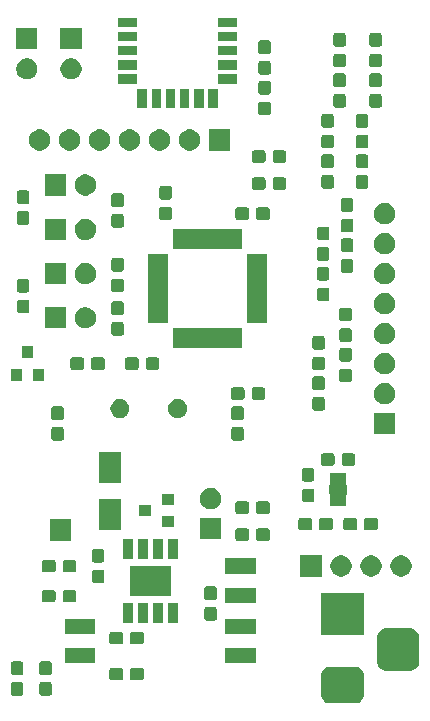
<source format=gbr>
G04 #@! TF.GenerationSoftware,KiCad,Pcbnew,5.1.6+dfsg1-1~bpo10+1*
G04 #@! TF.CreationDate,2020-07-19T00:44:28-05:00*
G04 #@! TF.ProjectId,EncoderBoard2,456e636f-6465-4724-926f-617264322e6b,v1.0*
G04 #@! TF.SameCoordinates,Original*
G04 #@! TF.FileFunction,Soldermask,Top*
G04 #@! TF.FilePolarity,Negative*
%FSLAX46Y46*%
G04 Gerber Fmt 4.6, Leading zero omitted, Abs format (unit mm)*
G04 Created by KiCad (PCBNEW 5.1.6+dfsg1-1~bpo10+1) date 2020-07-19 00:44:28*
%MOMM*%
%LPD*%
G01*
G04 APERTURE LIST*
%ADD10C,0.100000*%
G04 APERTURE END LIST*
D10*
G36*
X134957979Y-143579093D02*
G01*
X135091625Y-143619634D01*
X135214784Y-143685464D01*
X135322740Y-143774060D01*
X135411336Y-143882016D01*
X135477166Y-144005175D01*
X135517707Y-144138821D01*
X135532000Y-144283940D01*
X135532000Y-145947660D01*
X135517707Y-146092779D01*
X135477166Y-146226425D01*
X135411336Y-146349584D01*
X135322740Y-146457540D01*
X135214784Y-146546136D01*
X135091625Y-146611966D01*
X134957979Y-146652507D01*
X134812860Y-146666800D01*
X132649140Y-146666800D01*
X132504021Y-146652507D01*
X132370375Y-146611966D01*
X132247216Y-146546136D01*
X132139260Y-146457540D01*
X132050664Y-146349584D01*
X131984834Y-146226425D01*
X131944293Y-146092779D01*
X131930000Y-145947660D01*
X131930000Y-144283940D01*
X131944293Y-144138821D01*
X131984834Y-144005175D01*
X132050664Y-143882016D01*
X132139260Y-143774060D01*
X132247216Y-143685464D01*
X132370375Y-143619634D01*
X132504021Y-143579093D01*
X132649140Y-143564800D01*
X134812860Y-143564800D01*
X134957979Y-143579093D01*
G37*
G36*
X108949499Y-144880245D02*
G01*
X108986995Y-144891620D01*
X109021554Y-144910092D01*
X109051847Y-144934953D01*
X109076708Y-144965246D01*
X109095180Y-144999805D01*
X109106555Y-145037301D01*
X109111000Y-145082438D01*
X109111000Y-145821162D01*
X109106555Y-145866299D01*
X109095180Y-145903795D01*
X109076708Y-145938354D01*
X109051847Y-145968647D01*
X109021554Y-145993508D01*
X108986995Y-146011980D01*
X108949499Y-146023355D01*
X108904362Y-146027800D01*
X108265638Y-146027800D01*
X108220501Y-146023355D01*
X108183005Y-146011980D01*
X108148446Y-145993508D01*
X108118153Y-145968647D01*
X108093292Y-145938354D01*
X108074820Y-145903795D01*
X108063445Y-145866299D01*
X108059000Y-145821162D01*
X108059000Y-145082438D01*
X108063445Y-145037301D01*
X108074820Y-144999805D01*
X108093292Y-144965246D01*
X108118153Y-144934953D01*
X108148446Y-144910092D01*
X108183005Y-144891620D01*
X108220501Y-144880245D01*
X108265638Y-144875800D01*
X108904362Y-144875800D01*
X108949499Y-144880245D01*
G37*
G36*
X106536499Y-144880245D02*
G01*
X106573995Y-144891620D01*
X106608554Y-144910092D01*
X106638847Y-144934953D01*
X106663708Y-144965246D01*
X106682180Y-144999805D01*
X106693555Y-145037301D01*
X106698000Y-145082438D01*
X106698000Y-145821162D01*
X106693555Y-145866299D01*
X106682180Y-145903795D01*
X106663708Y-145938354D01*
X106638847Y-145968647D01*
X106608554Y-145993508D01*
X106573995Y-146011980D01*
X106536499Y-146023355D01*
X106491362Y-146027800D01*
X105852638Y-146027800D01*
X105807501Y-146023355D01*
X105770005Y-146011980D01*
X105735446Y-145993508D01*
X105705153Y-145968647D01*
X105680292Y-145938354D01*
X105661820Y-145903795D01*
X105650445Y-145866299D01*
X105646000Y-145821162D01*
X105646000Y-145082438D01*
X105650445Y-145037301D01*
X105661820Y-144999805D01*
X105680292Y-144965246D01*
X105705153Y-144934953D01*
X105735446Y-144910092D01*
X105770005Y-144891620D01*
X105807501Y-144880245D01*
X105852638Y-144875800D01*
X106491362Y-144875800D01*
X106536499Y-144880245D01*
G37*
G36*
X116732499Y-143674245D02*
G01*
X116769995Y-143685620D01*
X116804554Y-143704092D01*
X116834847Y-143728953D01*
X116859708Y-143759246D01*
X116878180Y-143793805D01*
X116889555Y-143831301D01*
X116894000Y-143876438D01*
X116894000Y-144515162D01*
X116889555Y-144560299D01*
X116878180Y-144597795D01*
X116859708Y-144632354D01*
X116834847Y-144662647D01*
X116804554Y-144687508D01*
X116769995Y-144705980D01*
X116732499Y-144717355D01*
X116687362Y-144721800D01*
X115948638Y-144721800D01*
X115903501Y-144717355D01*
X115866005Y-144705980D01*
X115831446Y-144687508D01*
X115801153Y-144662647D01*
X115776292Y-144632354D01*
X115757820Y-144597795D01*
X115746445Y-144560299D01*
X115742000Y-144515162D01*
X115742000Y-143876438D01*
X115746445Y-143831301D01*
X115757820Y-143793805D01*
X115776292Y-143759246D01*
X115801153Y-143728953D01*
X115831446Y-143704092D01*
X115866005Y-143685620D01*
X115903501Y-143674245D01*
X115948638Y-143669800D01*
X116687362Y-143669800D01*
X116732499Y-143674245D01*
G37*
G36*
X114982499Y-143674245D02*
G01*
X115019995Y-143685620D01*
X115054554Y-143704092D01*
X115084847Y-143728953D01*
X115109708Y-143759246D01*
X115128180Y-143793805D01*
X115139555Y-143831301D01*
X115144000Y-143876438D01*
X115144000Y-144515162D01*
X115139555Y-144560299D01*
X115128180Y-144597795D01*
X115109708Y-144632354D01*
X115084847Y-144662647D01*
X115054554Y-144687508D01*
X115019995Y-144705980D01*
X114982499Y-144717355D01*
X114937362Y-144721800D01*
X114198638Y-144721800D01*
X114153501Y-144717355D01*
X114116005Y-144705980D01*
X114081446Y-144687508D01*
X114051153Y-144662647D01*
X114026292Y-144632354D01*
X114007820Y-144597795D01*
X113996445Y-144560299D01*
X113992000Y-144515162D01*
X113992000Y-143876438D01*
X113996445Y-143831301D01*
X114007820Y-143793805D01*
X114026292Y-143759246D01*
X114051153Y-143728953D01*
X114081446Y-143704092D01*
X114116005Y-143685620D01*
X114153501Y-143674245D01*
X114198638Y-143669800D01*
X114937362Y-143669800D01*
X114982499Y-143674245D01*
G37*
G36*
X106536499Y-143130245D02*
G01*
X106573995Y-143141620D01*
X106608554Y-143160092D01*
X106638847Y-143184953D01*
X106663708Y-143215246D01*
X106682180Y-143249805D01*
X106693555Y-143287301D01*
X106698000Y-143332438D01*
X106698000Y-144071162D01*
X106693555Y-144116299D01*
X106682180Y-144153795D01*
X106663708Y-144188354D01*
X106638847Y-144218647D01*
X106608554Y-144243508D01*
X106573995Y-144261980D01*
X106536499Y-144273355D01*
X106491362Y-144277800D01*
X105852638Y-144277800D01*
X105807501Y-144273355D01*
X105770005Y-144261980D01*
X105735446Y-144243508D01*
X105705153Y-144218647D01*
X105680292Y-144188354D01*
X105661820Y-144153795D01*
X105650445Y-144116299D01*
X105646000Y-144071162D01*
X105646000Y-143332438D01*
X105650445Y-143287301D01*
X105661820Y-143249805D01*
X105680292Y-143215246D01*
X105705153Y-143184953D01*
X105735446Y-143160092D01*
X105770005Y-143141620D01*
X105807501Y-143130245D01*
X105852638Y-143125800D01*
X106491362Y-143125800D01*
X106536499Y-143130245D01*
G37*
G36*
X108949499Y-143130245D02*
G01*
X108986995Y-143141620D01*
X109021554Y-143160092D01*
X109051847Y-143184953D01*
X109076708Y-143215246D01*
X109095180Y-143249805D01*
X109106555Y-143287301D01*
X109111000Y-143332438D01*
X109111000Y-144071162D01*
X109106555Y-144116299D01*
X109095180Y-144153795D01*
X109076708Y-144188354D01*
X109051847Y-144218647D01*
X109021554Y-144243508D01*
X108986995Y-144261980D01*
X108949499Y-144273355D01*
X108904362Y-144277800D01*
X108265638Y-144277800D01*
X108220501Y-144273355D01*
X108183005Y-144261980D01*
X108148446Y-144243508D01*
X108118153Y-144218647D01*
X108093292Y-144188354D01*
X108074820Y-144153795D01*
X108063445Y-144116299D01*
X108059000Y-144071162D01*
X108059000Y-143332438D01*
X108063445Y-143287301D01*
X108074820Y-143249805D01*
X108093292Y-143215246D01*
X108118153Y-143184953D01*
X108148446Y-143160092D01*
X108183005Y-143141620D01*
X108220501Y-143130245D01*
X108265638Y-143125800D01*
X108904362Y-143125800D01*
X108949499Y-143130245D01*
G37*
G36*
X139557366Y-140331495D02*
G01*
X139714460Y-140379149D01*
X139859231Y-140456531D01*
X139986128Y-140560672D01*
X140090269Y-140687569D01*
X140167651Y-140832340D01*
X140215305Y-140989434D01*
X140232000Y-141158940D01*
X140232000Y-143072660D01*
X140215305Y-143242166D01*
X140167651Y-143399260D01*
X140090269Y-143544031D01*
X139986128Y-143670928D01*
X139859231Y-143775069D01*
X139714460Y-143852451D01*
X139557366Y-143900105D01*
X139387860Y-143916800D01*
X137474140Y-143916800D01*
X137304634Y-143900105D01*
X137147540Y-143852451D01*
X137002769Y-143775069D01*
X136875872Y-143670928D01*
X136771731Y-143544031D01*
X136694349Y-143399260D01*
X136646695Y-143242166D01*
X136630000Y-143072660D01*
X136630000Y-141158940D01*
X136646695Y-140989434D01*
X136694349Y-140832340D01*
X136771731Y-140687569D01*
X136875872Y-140560672D01*
X137002769Y-140456531D01*
X137147540Y-140379149D01*
X137304634Y-140331495D01*
X137474140Y-140314800D01*
X139387860Y-140314800D01*
X139557366Y-140331495D01*
G37*
G36*
X112807000Y-143302800D02*
G01*
X110205000Y-143302800D01*
X110205000Y-142000800D01*
X112807000Y-142000800D01*
X112807000Y-143302800D01*
G37*
G36*
X126396000Y-143302800D02*
G01*
X123794000Y-143302800D01*
X123794000Y-142000800D01*
X126396000Y-142000800D01*
X126396000Y-143302800D01*
G37*
G36*
X116732499Y-140626245D02*
G01*
X116769995Y-140637620D01*
X116804554Y-140656092D01*
X116834847Y-140680953D01*
X116859708Y-140711246D01*
X116878180Y-140745805D01*
X116889555Y-140783301D01*
X116894000Y-140828438D01*
X116894000Y-141467162D01*
X116889555Y-141512299D01*
X116878180Y-141549795D01*
X116859708Y-141584354D01*
X116834847Y-141614647D01*
X116804554Y-141639508D01*
X116769995Y-141657980D01*
X116732499Y-141669355D01*
X116687362Y-141673800D01*
X115948638Y-141673800D01*
X115903501Y-141669355D01*
X115866005Y-141657980D01*
X115831446Y-141639508D01*
X115801153Y-141614647D01*
X115776292Y-141584354D01*
X115757820Y-141549795D01*
X115746445Y-141512299D01*
X115742000Y-141467162D01*
X115742000Y-140828438D01*
X115746445Y-140783301D01*
X115757820Y-140745805D01*
X115776292Y-140711246D01*
X115801153Y-140680953D01*
X115831446Y-140656092D01*
X115866005Y-140637620D01*
X115903501Y-140626245D01*
X115948638Y-140621800D01*
X116687362Y-140621800D01*
X116732499Y-140626245D01*
G37*
G36*
X114982499Y-140626245D02*
G01*
X115019995Y-140637620D01*
X115054554Y-140656092D01*
X115084847Y-140680953D01*
X115109708Y-140711246D01*
X115128180Y-140745805D01*
X115139555Y-140783301D01*
X115144000Y-140828438D01*
X115144000Y-141467162D01*
X115139555Y-141512299D01*
X115128180Y-141549795D01*
X115109708Y-141584354D01*
X115084847Y-141614647D01*
X115054554Y-141639508D01*
X115019995Y-141657980D01*
X114982499Y-141669355D01*
X114937362Y-141673800D01*
X114198638Y-141673800D01*
X114153501Y-141669355D01*
X114116005Y-141657980D01*
X114081446Y-141639508D01*
X114051153Y-141614647D01*
X114026292Y-141584354D01*
X114007820Y-141549795D01*
X113996445Y-141512299D01*
X113992000Y-141467162D01*
X113992000Y-140828438D01*
X113996445Y-140783301D01*
X114007820Y-140745805D01*
X114026292Y-140711246D01*
X114051153Y-140680953D01*
X114081446Y-140656092D01*
X114116005Y-140637620D01*
X114153501Y-140626245D01*
X114198638Y-140621800D01*
X114937362Y-140621800D01*
X114982499Y-140626245D01*
G37*
G36*
X135532000Y-140916800D02*
G01*
X131930000Y-140916800D01*
X131930000Y-137314800D01*
X135532000Y-137314800D01*
X135532000Y-140916800D01*
G37*
G36*
X112807000Y-140802800D02*
G01*
X110205000Y-140802800D01*
X110205000Y-139500800D01*
X112807000Y-139500800D01*
X112807000Y-140802800D01*
G37*
G36*
X126396000Y-140802800D02*
G01*
X123794000Y-140802800D01*
X123794000Y-139500800D01*
X126396000Y-139500800D01*
X126396000Y-140802800D01*
G37*
G36*
X119781000Y-139847300D02*
G01*
X118979000Y-139847300D01*
X118979000Y-138220300D01*
X119781000Y-138220300D01*
X119781000Y-139847300D01*
G37*
G36*
X115971000Y-139847300D02*
G01*
X115169000Y-139847300D01*
X115169000Y-138220300D01*
X115971000Y-138220300D01*
X115971000Y-139847300D01*
G37*
G36*
X117241000Y-139847300D02*
G01*
X116439000Y-139847300D01*
X116439000Y-138220300D01*
X117241000Y-138220300D01*
X117241000Y-139847300D01*
G37*
G36*
X118511000Y-139847300D02*
G01*
X117709000Y-139847300D01*
X117709000Y-138220300D01*
X118511000Y-138220300D01*
X118511000Y-139847300D01*
G37*
G36*
X122919499Y-138530245D02*
G01*
X122956995Y-138541620D01*
X122991554Y-138560092D01*
X123021847Y-138584953D01*
X123046708Y-138615246D01*
X123065180Y-138649805D01*
X123076555Y-138687301D01*
X123081000Y-138732438D01*
X123081000Y-139471162D01*
X123076555Y-139516299D01*
X123065180Y-139553795D01*
X123046708Y-139588354D01*
X123021847Y-139618647D01*
X122991554Y-139643508D01*
X122956995Y-139661980D01*
X122919499Y-139673355D01*
X122874362Y-139677800D01*
X122235638Y-139677800D01*
X122190501Y-139673355D01*
X122153005Y-139661980D01*
X122118446Y-139643508D01*
X122088153Y-139618647D01*
X122063292Y-139588354D01*
X122044820Y-139553795D01*
X122033445Y-139516299D01*
X122029000Y-139471162D01*
X122029000Y-138732438D01*
X122033445Y-138687301D01*
X122044820Y-138649805D01*
X122063292Y-138615246D01*
X122088153Y-138584953D01*
X122118446Y-138560092D01*
X122153005Y-138541620D01*
X122190501Y-138530245D01*
X122235638Y-138525800D01*
X122874362Y-138525800D01*
X122919499Y-138530245D01*
G37*
G36*
X126396000Y-138202800D02*
G01*
X123794000Y-138202800D01*
X123794000Y-136900800D01*
X126396000Y-136900800D01*
X126396000Y-138202800D01*
G37*
G36*
X109267499Y-137070245D02*
G01*
X109304995Y-137081620D01*
X109339554Y-137100092D01*
X109369847Y-137124953D01*
X109394708Y-137155246D01*
X109413180Y-137189805D01*
X109424555Y-137227301D01*
X109429000Y-137272438D01*
X109429000Y-137911162D01*
X109424555Y-137956299D01*
X109413180Y-137993795D01*
X109394708Y-138028354D01*
X109369847Y-138058647D01*
X109339554Y-138083508D01*
X109304995Y-138101980D01*
X109267499Y-138113355D01*
X109222362Y-138117800D01*
X108483638Y-138117800D01*
X108438501Y-138113355D01*
X108401005Y-138101980D01*
X108366446Y-138083508D01*
X108336153Y-138058647D01*
X108311292Y-138028354D01*
X108292820Y-137993795D01*
X108281445Y-137956299D01*
X108277000Y-137911162D01*
X108277000Y-137272438D01*
X108281445Y-137227301D01*
X108292820Y-137189805D01*
X108311292Y-137155246D01*
X108336153Y-137124953D01*
X108366446Y-137100092D01*
X108401005Y-137081620D01*
X108438501Y-137070245D01*
X108483638Y-137065800D01*
X109222362Y-137065800D01*
X109267499Y-137070245D01*
G37*
G36*
X111017499Y-137070245D02*
G01*
X111054995Y-137081620D01*
X111089554Y-137100092D01*
X111119847Y-137124953D01*
X111144708Y-137155246D01*
X111163180Y-137189805D01*
X111174555Y-137227301D01*
X111179000Y-137272438D01*
X111179000Y-137911162D01*
X111174555Y-137956299D01*
X111163180Y-137993795D01*
X111144708Y-138028354D01*
X111119847Y-138058647D01*
X111089554Y-138083508D01*
X111054995Y-138101980D01*
X111017499Y-138113355D01*
X110972362Y-138117800D01*
X110233638Y-138117800D01*
X110188501Y-138113355D01*
X110151005Y-138101980D01*
X110116446Y-138083508D01*
X110086153Y-138058647D01*
X110061292Y-138028354D01*
X110042820Y-137993795D01*
X110031445Y-137956299D01*
X110027000Y-137911162D01*
X110027000Y-137272438D01*
X110031445Y-137227301D01*
X110042820Y-137189805D01*
X110061292Y-137155246D01*
X110086153Y-137124953D01*
X110116446Y-137100092D01*
X110151005Y-137081620D01*
X110188501Y-137070245D01*
X110233638Y-137065800D01*
X110972362Y-137065800D01*
X111017499Y-137070245D01*
G37*
G36*
X122919499Y-136780245D02*
G01*
X122956995Y-136791620D01*
X122991554Y-136810092D01*
X123021847Y-136834953D01*
X123046708Y-136865246D01*
X123065180Y-136899805D01*
X123076555Y-136937301D01*
X123081000Y-136982438D01*
X123081000Y-137721162D01*
X123076555Y-137766299D01*
X123065180Y-137803795D01*
X123046708Y-137838354D01*
X123021847Y-137868647D01*
X122991554Y-137893508D01*
X122956995Y-137911980D01*
X122919499Y-137923355D01*
X122874362Y-137927800D01*
X122235638Y-137927800D01*
X122190501Y-137923355D01*
X122153005Y-137911980D01*
X122118446Y-137893508D01*
X122088153Y-137868647D01*
X122063292Y-137838354D01*
X122044820Y-137803795D01*
X122033445Y-137766299D01*
X122029000Y-137721162D01*
X122029000Y-136982438D01*
X122033445Y-136937301D01*
X122044820Y-136899805D01*
X122063292Y-136865246D01*
X122088153Y-136834953D01*
X122118446Y-136810092D01*
X122153005Y-136791620D01*
X122190501Y-136780245D01*
X122235638Y-136775800D01*
X122874362Y-136775800D01*
X122919499Y-136780245D01*
G37*
G36*
X119227000Y-137629300D02*
G01*
X115723000Y-137629300D01*
X115723000Y-135014300D01*
X119227000Y-135014300D01*
X119227000Y-137629300D01*
G37*
G36*
X113394499Y-135355245D02*
G01*
X113431995Y-135366620D01*
X113466554Y-135385092D01*
X113496847Y-135409953D01*
X113521708Y-135440246D01*
X113540180Y-135474805D01*
X113551555Y-135512301D01*
X113556000Y-135557438D01*
X113556000Y-136296162D01*
X113551555Y-136341299D01*
X113540180Y-136378795D01*
X113521708Y-136413354D01*
X113496847Y-136443647D01*
X113466554Y-136468508D01*
X113431995Y-136486980D01*
X113394499Y-136498355D01*
X113349362Y-136502800D01*
X112710638Y-136502800D01*
X112665501Y-136498355D01*
X112628005Y-136486980D01*
X112593446Y-136468508D01*
X112563153Y-136443647D01*
X112538292Y-136413354D01*
X112519820Y-136378795D01*
X112508445Y-136341299D01*
X112504000Y-136296162D01*
X112504000Y-135557438D01*
X112508445Y-135512301D01*
X112519820Y-135474805D01*
X112538292Y-135440246D01*
X112563153Y-135409953D01*
X112593446Y-135385092D01*
X112628005Y-135366620D01*
X112665501Y-135355245D01*
X112710638Y-135350800D01*
X113349362Y-135350800D01*
X113394499Y-135355245D01*
G37*
G36*
X131965000Y-135952800D02*
G01*
X130163000Y-135952800D01*
X130163000Y-134150800D01*
X131965000Y-134150800D01*
X131965000Y-135952800D01*
G37*
G36*
X138797512Y-134155727D02*
G01*
X138946812Y-134185424D01*
X139110784Y-134253344D01*
X139258354Y-134351947D01*
X139383853Y-134477446D01*
X139482456Y-134625016D01*
X139550376Y-134788988D01*
X139585000Y-134963059D01*
X139585000Y-135140541D01*
X139550376Y-135314612D01*
X139482456Y-135478584D01*
X139383853Y-135626154D01*
X139258354Y-135751653D01*
X139110784Y-135850256D01*
X138946812Y-135918176D01*
X138797512Y-135947873D01*
X138772742Y-135952800D01*
X138595258Y-135952800D01*
X138570488Y-135947873D01*
X138421188Y-135918176D01*
X138257216Y-135850256D01*
X138109646Y-135751653D01*
X137984147Y-135626154D01*
X137885544Y-135478584D01*
X137817624Y-135314612D01*
X137783000Y-135140541D01*
X137783000Y-134963059D01*
X137817624Y-134788988D01*
X137885544Y-134625016D01*
X137984147Y-134477446D01*
X138109646Y-134351947D01*
X138257216Y-134253344D01*
X138421188Y-134185424D01*
X138570488Y-134155727D01*
X138595258Y-134150800D01*
X138772742Y-134150800D01*
X138797512Y-134155727D01*
G37*
G36*
X136257512Y-134155727D02*
G01*
X136406812Y-134185424D01*
X136570784Y-134253344D01*
X136718354Y-134351947D01*
X136843853Y-134477446D01*
X136942456Y-134625016D01*
X137010376Y-134788988D01*
X137045000Y-134963059D01*
X137045000Y-135140541D01*
X137010376Y-135314612D01*
X136942456Y-135478584D01*
X136843853Y-135626154D01*
X136718354Y-135751653D01*
X136570784Y-135850256D01*
X136406812Y-135918176D01*
X136257512Y-135947873D01*
X136232742Y-135952800D01*
X136055258Y-135952800D01*
X136030488Y-135947873D01*
X135881188Y-135918176D01*
X135717216Y-135850256D01*
X135569646Y-135751653D01*
X135444147Y-135626154D01*
X135345544Y-135478584D01*
X135277624Y-135314612D01*
X135243000Y-135140541D01*
X135243000Y-134963059D01*
X135277624Y-134788988D01*
X135345544Y-134625016D01*
X135444147Y-134477446D01*
X135569646Y-134351947D01*
X135717216Y-134253344D01*
X135881188Y-134185424D01*
X136030488Y-134155727D01*
X136055258Y-134150800D01*
X136232742Y-134150800D01*
X136257512Y-134155727D01*
G37*
G36*
X133717512Y-134155727D02*
G01*
X133866812Y-134185424D01*
X134030784Y-134253344D01*
X134178354Y-134351947D01*
X134303853Y-134477446D01*
X134402456Y-134625016D01*
X134470376Y-134788988D01*
X134505000Y-134963059D01*
X134505000Y-135140541D01*
X134470376Y-135314612D01*
X134402456Y-135478584D01*
X134303853Y-135626154D01*
X134178354Y-135751653D01*
X134030784Y-135850256D01*
X133866812Y-135918176D01*
X133717512Y-135947873D01*
X133692742Y-135952800D01*
X133515258Y-135952800D01*
X133490488Y-135947873D01*
X133341188Y-135918176D01*
X133177216Y-135850256D01*
X133029646Y-135751653D01*
X132904147Y-135626154D01*
X132805544Y-135478584D01*
X132737624Y-135314612D01*
X132703000Y-135140541D01*
X132703000Y-134963059D01*
X132737624Y-134788988D01*
X132805544Y-134625016D01*
X132904147Y-134477446D01*
X133029646Y-134351947D01*
X133177216Y-134253344D01*
X133341188Y-134185424D01*
X133490488Y-134155727D01*
X133515258Y-134150800D01*
X133692742Y-134150800D01*
X133717512Y-134155727D01*
G37*
G36*
X126396000Y-135702800D02*
G01*
X123794000Y-135702800D01*
X123794000Y-134400800D01*
X126396000Y-134400800D01*
X126396000Y-135702800D01*
G37*
G36*
X111031499Y-134530245D02*
G01*
X111068995Y-134541620D01*
X111103554Y-134560092D01*
X111133847Y-134584953D01*
X111158708Y-134615246D01*
X111177180Y-134649805D01*
X111188555Y-134687301D01*
X111193000Y-134732438D01*
X111193000Y-135371162D01*
X111188555Y-135416299D01*
X111177180Y-135453795D01*
X111158708Y-135488354D01*
X111133847Y-135518647D01*
X111103554Y-135543508D01*
X111068995Y-135561980D01*
X111031499Y-135573355D01*
X110986362Y-135577800D01*
X110247638Y-135577800D01*
X110202501Y-135573355D01*
X110165005Y-135561980D01*
X110130446Y-135543508D01*
X110100153Y-135518647D01*
X110075292Y-135488354D01*
X110056820Y-135453795D01*
X110045445Y-135416299D01*
X110041000Y-135371162D01*
X110041000Y-134732438D01*
X110045445Y-134687301D01*
X110056820Y-134649805D01*
X110075292Y-134615246D01*
X110100153Y-134584953D01*
X110130446Y-134560092D01*
X110165005Y-134541620D01*
X110202501Y-134530245D01*
X110247638Y-134525800D01*
X110986362Y-134525800D01*
X111031499Y-134530245D01*
G37*
G36*
X109281499Y-134530245D02*
G01*
X109318995Y-134541620D01*
X109353554Y-134560092D01*
X109383847Y-134584953D01*
X109408708Y-134615246D01*
X109427180Y-134649805D01*
X109438555Y-134687301D01*
X109443000Y-134732438D01*
X109443000Y-135371162D01*
X109438555Y-135416299D01*
X109427180Y-135453795D01*
X109408708Y-135488354D01*
X109383847Y-135518647D01*
X109353554Y-135543508D01*
X109318995Y-135561980D01*
X109281499Y-135573355D01*
X109236362Y-135577800D01*
X108497638Y-135577800D01*
X108452501Y-135573355D01*
X108415005Y-135561980D01*
X108380446Y-135543508D01*
X108350153Y-135518647D01*
X108325292Y-135488354D01*
X108306820Y-135453795D01*
X108295445Y-135416299D01*
X108291000Y-135371162D01*
X108291000Y-134732438D01*
X108295445Y-134687301D01*
X108306820Y-134649805D01*
X108325292Y-134615246D01*
X108350153Y-134584953D01*
X108380446Y-134560092D01*
X108415005Y-134541620D01*
X108452501Y-134530245D01*
X108497638Y-134525800D01*
X109236362Y-134525800D01*
X109281499Y-134530245D01*
G37*
G36*
X113394499Y-133605245D02*
G01*
X113431995Y-133616620D01*
X113466554Y-133635092D01*
X113496847Y-133659953D01*
X113521708Y-133690246D01*
X113540180Y-133724805D01*
X113551555Y-133762301D01*
X113556000Y-133807438D01*
X113556000Y-134546162D01*
X113551555Y-134591299D01*
X113540180Y-134628795D01*
X113521708Y-134663354D01*
X113496847Y-134693647D01*
X113466554Y-134718508D01*
X113431995Y-134736980D01*
X113394499Y-134748355D01*
X113349362Y-134752800D01*
X112710638Y-134752800D01*
X112665501Y-134748355D01*
X112628005Y-134736980D01*
X112593446Y-134718508D01*
X112563153Y-134693647D01*
X112538292Y-134663354D01*
X112519820Y-134628795D01*
X112508445Y-134591299D01*
X112504000Y-134546162D01*
X112504000Y-133807438D01*
X112508445Y-133762301D01*
X112519820Y-133724805D01*
X112538292Y-133690246D01*
X112563153Y-133659953D01*
X112593446Y-133635092D01*
X112628005Y-133616620D01*
X112665501Y-133605245D01*
X112710638Y-133600800D01*
X113349362Y-133600800D01*
X113394499Y-133605245D01*
G37*
G36*
X115971000Y-134423300D02*
G01*
X115169000Y-134423300D01*
X115169000Y-132796300D01*
X115971000Y-132796300D01*
X115971000Y-134423300D01*
G37*
G36*
X117241000Y-134423300D02*
G01*
X116439000Y-134423300D01*
X116439000Y-132796300D01*
X117241000Y-132796300D01*
X117241000Y-134423300D01*
G37*
G36*
X118511000Y-134423300D02*
G01*
X117709000Y-134423300D01*
X117709000Y-132796300D01*
X118511000Y-132796300D01*
X118511000Y-134423300D01*
G37*
G36*
X119781000Y-134423300D02*
G01*
X118979000Y-134423300D01*
X118979000Y-132796300D01*
X119781000Y-132796300D01*
X119781000Y-134423300D01*
G37*
G36*
X127400499Y-131863245D02*
G01*
X127437995Y-131874620D01*
X127472554Y-131893092D01*
X127502847Y-131917953D01*
X127527708Y-131948246D01*
X127546180Y-131982805D01*
X127557555Y-132020301D01*
X127562000Y-132065438D01*
X127562000Y-132704162D01*
X127557555Y-132749299D01*
X127546180Y-132786795D01*
X127527708Y-132821354D01*
X127502847Y-132851647D01*
X127472554Y-132876508D01*
X127437995Y-132894980D01*
X127400499Y-132906355D01*
X127355362Y-132910800D01*
X126616638Y-132910800D01*
X126571501Y-132906355D01*
X126534005Y-132894980D01*
X126499446Y-132876508D01*
X126469153Y-132851647D01*
X126444292Y-132821354D01*
X126425820Y-132786795D01*
X126414445Y-132749299D01*
X126410000Y-132704162D01*
X126410000Y-132065438D01*
X126414445Y-132020301D01*
X126425820Y-131982805D01*
X126444292Y-131948246D01*
X126469153Y-131917953D01*
X126499446Y-131893092D01*
X126534005Y-131874620D01*
X126571501Y-131863245D01*
X126616638Y-131858800D01*
X127355362Y-131858800D01*
X127400499Y-131863245D01*
G37*
G36*
X125650499Y-131863245D02*
G01*
X125687995Y-131874620D01*
X125722554Y-131893092D01*
X125752847Y-131917953D01*
X125777708Y-131948246D01*
X125796180Y-131982805D01*
X125807555Y-132020301D01*
X125812000Y-132065438D01*
X125812000Y-132704162D01*
X125807555Y-132749299D01*
X125796180Y-132786795D01*
X125777708Y-132821354D01*
X125752847Y-132851647D01*
X125722554Y-132876508D01*
X125687995Y-132894980D01*
X125650499Y-132906355D01*
X125605362Y-132910800D01*
X124866638Y-132910800D01*
X124821501Y-132906355D01*
X124784005Y-132894980D01*
X124749446Y-132876508D01*
X124719153Y-132851647D01*
X124694292Y-132821354D01*
X124675820Y-132786795D01*
X124664445Y-132749299D01*
X124660000Y-132704162D01*
X124660000Y-132065438D01*
X124664445Y-132020301D01*
X124675820Y-131982805D01*
X124694292Y-131948246D01*
X124719153Y-131917953D01*
X124749446Y-131893092D01*
X124784005Y-131874620D01*
X124821501Y-131863245D01*
X124866638Y-131858800D01*
X125605362Y-131858800D01*
X125650499Y-131863245D01*
G37*
G36*
X110756000Y-132904800D02*
G01*
X108954000Y-132904800D01*
X108954000Y-131102800D01*
X110756000Y-131102800D01*
X110756000Y-132904800D01*
G37*
G36*
X123456000Y-132777800D02*
G01*
X121654000Y-132777800D01*
X121654000Y-130975800D01*
X123456000Y-130975800D01*
X123456000Y-132777800D01*
G37*
G36*
X132734499Y-130974245D02*
G01*
X132771995Y-130985620D01*
X132806554Y-131004092D01*
X132836847Y-131028953D01*
X132861708Y-131059246D01*
X132880180Y-131093805D01*
X132891555Y-131131301D01*
X132896000Y-131176438D01*
X132896000Y-131815162D01*
X132891555Y-131860299D01*
X132880180Y-131897795D01*
X132861708Y-131932354D01*
X132836847Y-131962647D01*
X132806554Y-131987508D01*
X132771995Y-132005980D01*
X132734499Y-132017355D01*
X132689362Y-132021800D01*
X131950638Y-132021800D01*
X131905501Y-132017355D01*
X131868005Y-132005980D01*
X131833446Y-131987508D01*
X131803153Y-131962647D01*
X131778292Y-131932354D01*
X131759820Y-131897795D01*
X131748445Y-131860299D01*
X131744000Y-131815162D01*
X131744000Y-131176438D01*
X131748445Y-131131301D01*
X131759820Y-131093805D01*
X131778292Y-131059246D01*
X131803153Y-131028953D01*
X131833446Y-131004092D01*
X131868005Y-130985620D01*
X131905501Y-130974245D01*
X131950638Y-130969800D01*
X132689362Y-130969800D01*
X132734499Y-130974245D01*
G37*
G36*
X130984499Y-130974245D02*
G01*
X131021995Y-130985620D01*
X131056554Y-131004092D01*
X131086847Y-131028953D01*
X131111708Y-131059246D01*
X131130180Y-131093805D01*
X131141555Y-131131301D01*
X131146000Y-131176438D01*
X131146000Y-131815162D01*
X131141555Y-131860299D01*
X131130180Y-131897795D01*
X131111708Y-131932354D01*
X131086847Y-131962647D01*
X131056554Y-131987508D01*
X131021995Y-132005980D01*
X130984499Y-132017355D01*
X130939362Y-132021800D01*
X130200638Y-132021800D01*
X130155501Y-132017355D01*
X130118005Y-132005980D01*
X130083446Y-131987508D01*
X130053153Y-131962647D01*
X130028292Y-131932354D01*
X130009820Y-131897795D01*
X129998445Y-131860299D01*
X129994000Y-131815162D01*
X129994000Y-131176438D01*
X129998445Y-131131301D01*
X130009820Y-131093805D01*
X130028292Y-131059246D01*
X130053153Y-131028953D01*
X130083446Y-131004092D01*
X130118005Y-130985620D01*
X130155501Y-130974245D01*
X130200638Y-130969800D01*
X130939362Y-130969800D01*
X130984499Y-130974245D01*
G37*
G36*
X134794499Y-130974245D02*
G01*
X134831995Y-130985620D01*
X134866554Y-131004092D01*
X134896847Y-131028953D01*
X134921708Y-131059246D01*
X134940180Y-131093805D01*
X134951555Y-131131301D01*
X134956000Y-131176438D01*
X134956000Y-131815162D01*
X134951555Y-131860299D01*
X134940180Y-131897795D01*
X134921708Y-131932354D01*
X134896847Y-131962647D01*
X134866554Y-131987508D01*
X134831995Y-132005980D01*
X134794499Y-132017355D01*
X134749362Y-132021800D01*
X134010638Y-132021800D01*
X133965501Y-132017355D01*
X133928005Y-132005980D01*
X133893446Y-131987508D01*
X133863153Y-131962647D01*
X133838292Y-131932354D01*
X133819820Y-131897795D01*
X133808445Y-131860299D01*
X133804000Y-131815162D01*
X133804000Y-131176438D01*
X133808445Y-131131301D01*
X133819820Y-131093805D01*
X133838292Y-131059246D01*
X133863153Y-131028953D01*
X133893446Y-131004092D01*
X133928005Y-130985620D01*
X133965501Y-130974245D01*
X134010638Y-130969800D01*
X134749362Y-130969800D01*
X134794499Y-130974245D01*
G37*
G36*
X136544499Y-130974245D02*
G01*
X136581995Y-130985620D01*
X136616554Y-131004092D01*
X136646847Y-131028953D01*
X136671708Y-131059246D01*
X136690180Y-131093805D01*
X136701555Y-131131301D01*
X136706000Y-131176438D01*
X136706000Y-131815162D01*
X136701555Y-131860299D01*
X136690180Y-131897795D01*
X136671708Y-131932354D01*
X136646847Y-131962647D01*
X136616554Y-131987508D01*
X136581995Y-132005980D01*
X136544499Y-132017355D01*
X136499362Y-132021800D01*
X135760638Y-132021800D01*
X135715501Y-132017355D01*
X135678005Y-132005980D01*
X135643446Y-131987508D01*
X135613153Y-131962647D01*
X135588292Y-131932354D01*
X135569820Y-131897795D01*
X135558445Y-131860299D01*
X135554000Y-131815162D01*
X135554000Y-131176438D01*
X135558445Y-131131301D01*
X135569820Y-131093805D01*
X135588292Y-131059246D01*
X135613153Y-131028953D01*
X135643446Y-131004092D01*
X135678005Y-130985620D01*
X135715501Y-130974245D01*
X135760638Y-130969800D01*
X136499362Y-130969800D01*
X136544499Y-130974245D01*
G37*
G36*
X114997000Y-132002800D02*
G01*
X113095000Y-132002800D01*
X113095000Y-129400800D01*
X114997000Y-129400800D01*
X114997000Y-132002800D01*
G37*
G36*
X119484000Y-131753800D02*
G01*
X118482000Y-131753800D01*
X118482000Y-130851800D01*
X119484000Y-130851800D01*
X119484000Y-131753800D01*
G37*
G36*
X117484000Y-130803800D02*
G01*
X116482000Y-130803800D01*
X116482000Y-129901800D01*
X117484000Y-129901800D01*
X117484000Y-130803800D01*
G37*
G36*
X127400499Y-129577245D02*
G01*
X127437995Y-129588620D01*
X127472554Y-129607092D01*
X127502847Y-129631953D01*
X127527708Y-129662246D01*
X127546180Y-129696805D01*
X127557555Y-129734301D01*
X127562000Y-129779438D01*
X127562000Y-130418162D01*
X127557555Y-130463299D01*
X127546180Y-130500795D01*
X127527708Y-130535354D01*
X127502847Y-130565647D01*
X127472554Y-130590508D01*
X127437995Y-130608980D01*
X127400499Y-130620355D01*
X127355362Y-130624800D01*
X126616638Y-130624800D01*
X126571501Y-130620355D01*
X126534005Y-130608980D01*
X126499446Y-130590508D01*
X126469153Y-130565647D01*
X126444292Y-130535354D01*
X126425820Y-130500795D01*
X126414445Y-130463299D01*
X126410000Y-130418162D01*
X126410000Y-129779438D01*
X126414445Y-129734301D01*
X126425820Y-129696805D01*
X126444292Y-129662246D01*
X126469153Y-129631953D01*
X126499446Y-129607092D01*
X126534005Y-129588620D01*
X126571501Y-129577245D01*
X126616638Y-129572800D01*
X127355362Y-129572800D01*
X127400499Y-129577245D01*
G37*
G36*
X125650499Y-129577245D02*
G01*
X125687995Y-129588620D01*
X125722554Y-129607092D01*
X125752847Y-129631953D01*
X125777708Y-129662246D01*
X125796180Y-129696805D01*
X125807555Y-129734301D01*
X125812000Y-129779438D01*
X125812000Y-130418162D01*
X125807555Y-130463299D01*
X125796180Y-130500795D01*
X125777708Y-130535354D01*
X125752847Y-130565647D01*
X125722554Y-130590508D01*
X125687995Y-130608980D01*
X125650499Y-130620355D01*
X125605362Y-130624800D01*
X124866638Y-130624800D01*
X124821501Y-130620355D01*
X124784005Y-130608980D01*
X124749446Y-130590508D01*
X124719153Y-130565647D01*
X124694292Y-130535354D01*
X124675820Y-130500795D01*
X124664445Y-130463299D01*
X124660000Y-130418162D01*
X124660000Y-129779438D01*
X124664445Y-129734301D01*
X124675820Y-129696805D01*
X124694292Y-129662246D01*
X124719153Y-129631953D01*
X124749446Y-129607092D01*
X124784005Y-129588620D01*
X124821501Y-129577245D01*
X124866638Y-129572800D01*
X125605362Y-129572800D01*
X125650499Y-129577245D01*
G37*
G36*
X122668512Y-128440727D02*
G01*
X122817812Y-128470424D01*
X122981784Y-128538344D01*
X123129354Y-128636947D01*
X123254853Y-128762446D01*
X123353456Y-128910016D01*
X123421376Y-129073988D01*
X123456000Y-129248059D01*
X123456000Y-129425541D01*
X123421376Y-129599612D01*
X123353456Y-129763584D01*
X123254853Y-129911154D01*
X123129354Y-130036653D01*
X122981784Y-130135256D01*
X122817812Y-130203176D01*
X122668512Y-130232873D01*
X122643742Y-130237800D01*
X122466258Y-130237800D01*
X122441488Y-130232873D01*
X122292188Y-130203176D01*
X122128216Y-130135256D01*
X121980646Y-130036653D01*
X121855147Y-129911154D01*
X121756544Y-129763584D01*
X121688624Y-129599612D01*
X121654000Y-129425541D01*
X121654000Y-129248059D01*
X121688624Y-129073988D01*
X121756544Y-128910016D01*
X121855147Y-128762446D01*
X121980646Y-128636947D01*
X122128216Y-128538344D01*
X122292188Y-128470424D01*
X122441488Y-128440727D01*
X122466258Y-128435800D01*
X122643742Y-128435800D01*
X122668512Y-128440727D01*
G37*
G36*
X134051000Y-128093801D02*
G01*
X134053402Y-128118187D01*
X134060515Y-128141636D01*
X134072066Y-128163247D01*
X134087611Y-128182189D01*
X134106553Y-128197734D01*
X134111000Y-128200111D01*
X134111000Y-128949489D01*
X134106553Y-128951866D01*
X134087611Y-128967411D01*
X134072066Y-128986353D01*
X134060515Y-129007964D01*
X134053402Y-129031413D01*
X134051000Y-129055799D01*
X134051000Y-129980600D01*
X132649000Y-129980600D01*
X132649000Y-129055799D01*
X132646598Y-129031413D01*
X132639485Y-129007964D01*
X132627934Y-128986353D01*
X132612389Y-128967411D01*
X132593447Y-128951866D01*
X132589000Y-128949489D01*
X132589000Y-128200111D01*
X132593447Y-128197734D01*
X132612389Y-128182189D01*
X132627934Y-128163247D01*
X132639485Y-128141636D01*
X132646598Y-128118187D01*
X132649000Y-128093801D01*
X132649000Y-127169000D01*
X134051000Y-127169000D01*
X134051000Y-128093801D01*
G37*
G36*
X119484000Y-129853800D02*
G01*
X118482000Y-129853800D01*
X118482000Y-128951800D01*
X119484000Y-128951800D01*
X119484000Y-129853800D01*
G37*
G36*
X131174499Y-128497245D02*
G01*
X131211995Y-128508620D01*
X131246554Y-128527092D01*
X131276847Y-128551953D01*
X131301708Y-128582246D01*
X131320180Y-128616805D01*
X131331555Y-128654301D01*
X131336000Y-128699438D01*
X131336000Y-129438162D01*
X131331555Y-129483299D01*
X131320180Y-129520795D01*
X131301708Y-129555354D01*
X131276847Y-129585647D01*
X131246554Y-129610508D01*
X131211995Y-129628980D01*
X131174499Y-129640355D01*
X131129362Y-129644800D01*
X130490638Y-129644800D01*
X130445501Y-129640355D01*
X130408005Y-129628980D01*
X130373446Y-129610508D01*
X130343153Y-129585647D01*
X130318292Y-129555354D01*
X130299820Y-129520795D01*
X130288445Y-129483299D01*
X130284000Y-129438162D01*
X130284000Y-128699438D01*
X130288445Y-128654301D01*
X130299820Y-128616805D01*
X130318292Y-128582246D01*
X130343153Y-128551953D01*
X130373446Y-128527092D01*
X130408005Y-128508620D01*
X130445501Y-128497245D01*
X130490638Y-128492800D01*
X131129362Y-128492800D01*
X131174499Y-128497245D01*
G37*
G36*
X114997000Y-128002800D02*
G01*
X113095000Y-128002800D01*
X113095000Y-125400800D01*
X114997000Y-125400800D01*
X114997000Y-128002800D01*
G37*
G36*
X131174499Y-126747245D02*
G01*
X131211995Y-126758620D01*
X131246554Y-126777092D01*
X131276847Y-126801953D01*
X131301708Y-126832246D01*
X131320180Y-126866805D01*
X131331555Y-126904301D01*
X131336000Y-126949438D01*
X131336000Y-127688162D01*
X131331555Y-127733299D01*
X131320180Y-127770795D01*
X131301708Y-127805354D01*
X131276847Y-127835647D01*
X131246554Y-127860508D01*
X131211995Y-127878980D01*
X131174499Y-127890355D01*
X131129362Y-127894800D01*
X130490638Y-127894800D01*
X130445501Y-127890355D01*
X130408005Y-127878980D01*
X130373446Y-127860508D01*
X130343153Y-127835647D01*
X130318292Y-127805354D01*
X130299820Y-127770795D01*
X130288445Y-127733299D01*
X130284000Y-127688162D01*
X130284000Y-126949438D01*
X130288445Y-126904301D01*
X130299820Y-126866805D01*
X130318292Y-126832246D01*
X130343153Y-126801953D01*
X130373446Y-126777092D01*
X130408005Y-126758620D01*
X130445501Y-126747245D01*
X130490638Y-126742800D01*
X131129362Y-126742800D01*
X131174499Y-126747245D01*
G37*
G36*
X132889499Y-125513245D02*
G01*
X132926995Y-125524620D01*
X132961554Y-125543092D01*
X132991847Y-125567953D01*
X133016708Y-125598246D01*
X133035180Y-125632805D01*
X133046555Y-125670301D01*
X133051000Y-125715438D01*
X133051000Y-126354162D01*
X133046555Y-126399299D01*
X133035180Y-126436795D01*
X133016708Y-126471354D01*
X132991847Y-126501647D01*
X132961554Y-126526508D01*
X132926995Y-126544980D01*
X132889499Y-126556355D01*
X132844362Y-126560800D01*
X132105638Y-126560800D01*
X132060501Y-126556355D01*
X132023005Y-126544980D01*
X131988446Y-126526508D01*
X131958153Y-126501647D01*
X131933292Y-126471354D01*
X131914820Y-126436795D01*
X131903445Y-126399299D01*
X131899000Y-126354162D01*
X131899000Y-125715438D01*
X131903445Y-125670301D01*
X131914820Y-125632805D01*
X131933292Y-125598246D01*
X131958153Y-125567953D01*
X131988446Y-125543092D01*
X132023005Y-125524620D01*
X132060501Y-125513245D01*
X132105638Y-125508800D01*
X132844362Y-125508800D01*
X132889499Y-125513245D01*
G37*
G36*
X134639499Y-125513245D02*
G01*
X134676995Y-125524620D01*
X134711554Y-125543092D01*
X134741847Y-125567953D01*
X134766708Y-125598246D01*
X134785180Y-125632805D01*
X134796555Y-125670301D01*
X134801000Y-125715438D01*
X134801000Y-126354162D01*
X134796555Y-126399299D01*
X134785180Y-126436795D01*
X134766708Y-126471354D01*
X134741847Y-126501647D01*
X134711554Y-126526508D01*
X134676995Y-126544980D01*
X134639499Y-126556355D01*
X134594362Y-126560800D01*
X133855638Y-126560800D01*
X133810501Y-126556355D01*
X133773005Y-126544980D01*
X133738446Y-126526508D01*
X133708153Y-126501647D01*
X133683292Y-126471354D01*
X133664820Y-126436795D01*
X133653445Y-126399299D01*
X133649000Y-126354162D01*
X133649000Y-125715438D01*
X133653445Y-125670301D01*
X133664820Y-125632805D01*
X133683292Y-125598246D01*
X133708153Y-125567953D01*
X133738446Y-125543092D01*
X133773005Y-125524620D01*
X133810501Y-125513245D01*
X133855638Y-125508800D01*
X134594362Y-125508800D01*
X134639499Y-125513245D01*
G37*
G36*
X125205499Y-123290245D02*
G01*
X125242995Y-123301620D01*
X125277554Y-123320092D01*
X125307847Y-123344953D01*
X125332708Y-123375246D01*
X125351180Y-123409805D01*
X125362555Y-123447301D01*
X125367000Y-123492438D01*
X125367000Y-124231162D01*
X125362555Y-124276299D01*
X125351180Y-124313795D01*
X125332708Y-124348354D01*
X125307847Y-124378647D01*
X125277554Y-124403508D01*
X125242995Y-124421980D01*
X125205499Y-124433355D01*
X125160362Y-124437800D01*
X124521638Y-124437800D01*
X124476501Y-124433355D01*
X124439005Y-124421980D01*
X124404446Y-124403508D01*
X124374153Y-124378647D01*
X124349292Y-124348354D01*
X124330820Y-124313795D01*
X124319445Y-124276299D01*
X124315000Y-124231162D01*
X124315000Y-123492438D01*
X124319445Y-123447301D01*
X124330820Y-123409805D01*
X124349292Y-123375246D01*
X124374153Y-123344953D01*
X124404446Y-123320092D01*
X124439005Y-123301620D01*
X124476501Y-123290245D01*
X124521638Y-123285800D01*
X125160362Y-123285800D01*
X125205499Y-123290245D01*
G37*
G36*
X109965499Y-123290245D02*
G01*
X110002995Y-123301620D01*
X110037554Y-123320092D01*
X110067847Y-123344953D01*
X110092708Y-123375246D01*
X110111180Y-123409805D01*
X110122555Y-123447301D01*
X110127000Y-123492438D01*
X110127000Y-124231162D01*
X110122555Y-124276299D01*
X110111180Y-124313795D01*
X110092708Y-124348354D01*
X110067847Y-124378647D01*
X110037554Y-124403508D01*
X110002995Y-124421980D01*
X109965499Y-124433355D01*
X109920362Y-124437800D01*
X109281638Y-124437800D01*
X109236501Y-124433355D01*
X109199005Y-124421980D01*
X109164446Y-124403508D01*
X109134153Y-124378647D01*
X109109292Y-124348354D01*
X109090820Y-124313795D01*
X109079445Y-124276299D01*
X109075000Y-124231162D01*
X109075000Y-123492438D01*
X109079445Y-123447301D01*
X109090820Y-123409805D01*
X109109292Y-123375246D01*
X109134153Y-123344953D01*
X109164446Y-123320092D01*
X109199005Y-123301620D01*
X109236501Y-123290245D01*
X109281638Y-123285800D01*
X109920362Y-123285800D01*
X109965499Y-123290245D01*
G37*
G36*
X138188000Y-123887800D02*
G01*
X136386000Y-123887800D01*
X136386000Y-122085800D01*
X138188000Y-122085800D01*
X138188000Y-123887800D01*
G37*
G36*
X125205499Y-121540245D02*
G01*
X125242995Y-121551620D01*
X125277554Y-121570092D01*
X125307847Y-121594953D01*
X125332708Y-121625246D01*
X125351180Y-121659805D01*
X125362555Y-121697301D01*
X125367000Y-121742438D01*
X125367000Y-122481162D01*
X125362555Y-122526299D01*
X125351180Y-122563795D01*
X125332708Y-122598354D01*
X125307847Y-122628647D01*
X125277554Y-122653508D01*
X125242995Y-122671980D01*
X125205499Y-122683355D01*
X125160362Y-122687800D01*
X124521638Y-122687800D01*
X124476501Y-122683355D01*
X124439005Y-122671980D01*
X124404446Y-122653508D01*
X124374153Y-122628647D01*
X124349292Y-122598354D01*
X124330820Y-122563795D01*
X124319445Y-122526299D01*
X124315000Y-122481162D01*
X124315000Y-121742438D01*
X124319445Y-121697301D01*
X124330820Y-121659805D01*
X124349292Y-121625246D01*
X124374153Y-121594953D01*
X124404446Y-121570092D01*
X124439005Y-121551620D01*
X124476501Y-121540245D01*
X124521638Y-121535800D01*
X125160362Y-121535800D01*
X125205499Y-121540245D01*
G37*
G36*
X109965499Y-121540245D02*
G01*
X110002995Y-121551620D01*
X110037554Y-121570092D01*
X110067847Y-121594953D01*
X110092708Y-121625246D01*
X110111180Y-121659805D01*
X110122555Y-121697301D01*
X110127000Y-121742438D01*
X110127000Y-122481162D01*
X110122555Y-122526299D01*
X110111180Y-122563795D01*
X110092708Y-122598354D01*
X110067847Y-122628647D01*
X110037554Y-122653508D01*
X110002995Y-122671980D01*
X109965499Y-122683355D01*
X109920362Y-122687800D01*
X109281638Y-122687800D01*
X109236501Y-122683355D01*
X109199005Y-122671980D01*
X109164446Y-122653508D01*
X109134153Y-122628647D01*
X109109292Y-122598354D01*
X109090820Y-122563795D01*
X109079445Y-122526299D01*
X109075000Y-122481162D01*
X109075000Y-121742438D01*
X109079445Y-121697301D01*
X109090820Y-121659805D01*
X109109292Y-121625246D01*
X109134153Y-121594953D01*
X109164446Y-121570092D01*
X109199005Y-121551620D01*
X109236501Y-121540245D01*
X109281638Y-121535800D01*
X109920362Y-121535800D01*
X109965499Y-121540245D01*
G37*
G36*
X119994642Y-120946581D02*
G01*
X120140414Y-121006962D01*
X120140416Y-121006963D01*
X120271608Y-121094622D01*
X120383178Y-121206192D01*
X120470837Y-121337384D01*
X120470838Y-121337386D01*
X120531219Y-121483158D01*
X120562000Y-121637907D01*
X120562000Y-121795693D01*
X120531219Y-121950442D01*
X120470838Y-122096214D01*
X120470837Y-122096216D01*
X120383178Y-122227408D01*
X120271608Y-122338978D01*
X120140416Y-122426637D01*
X120140415Y-122426638D01*
X120140414Y-122426638D01*
X119994642Y-122487019D01*
X119839893Y-122517800D01*
X119682107Y-122517800D01*
X119527358Y-122487019D01*
X119381586Y-122426638D01*
X119381585Y-122426638D01*
X119381584Y-122426637D01*
X119250392Y-122338978D01*
X119138822Y-122227408D01*
X119051163Y-122096216D01*
X119051162Y-122096214D01*
X118990781Y-121950442D01*
X118960000Y-121795693D01*
X118960000Y-121637907D01*
X118990781Y-121483158D01*
X119051162Y-121337386D01*
X119051163Y-121337384D01*
X119138822Y-121206192D01*
X119250392Y-121094622D01*
X119381584Y-121006963D01*
X119381586Y-121006962D01*
X119527358Y-120946581D01*
X119682107Y-120915800D01*
X119839893Y-120915800D01*
X119994642Y-120946581D01*
G37*
G36*
X115114642Y-120946581D02*
G01*
X115260414Y-121006962D01*
X115260416Y-121006963D01*
X115391608Y-121094622D01*
X115503178Y-121206192D01*
X115590837Y-121337384D01*
X115590838Y-121337386D01*
X115651219Y-121483158D01*
X115682000Y-121637907D01*
X115682000Y-121795693D01*
X115651219Y-121950442D01*
X115590838Y-122096214D01*
X115590837Y-122096216D01*
X115503178Y-122227408D01*
X115391608Y-122338978D01*
X115260416Y-122426637D01*
X115260415Y-122426638D01*
X115260414Y-122426638D01*
X115114642Y-122487019D01*
X114959893Y-122517800D01*
X114802107Y-122517800D01*
X114647358Y-122487019D01*
X114501586Y-122426638D01*
X114501585Y-122426638D01*
X114501584Y-122426637D01*
X114370392Y-122338978D01*
X114258822Y-122227408D01*
X114171163Y-122096216D01*
X114171162Y-122096214D01*
X114110781Y-121950442D01*
X114080000Y-121795693D01*
X114080000Y-121637907D01*
X114110781Y-121483158D01*
X114171162Y-121337386D01*
X114171163Y-121337384D01*
X114258822Y-121206192D01*
X114370392Y-121094622D01*
X114501584Y-121006963D01*
X114501586Y-121006962D01*
X114647358Y-120946581D01*
X114802107Y-120915800D01*
X114959893Y-120915800D01*
X115114642Y-120946581D01*
G37*
G36*
X132063499Y-120750245D02*
G01*
X132100995Y-120761620D01*
X132135554Y-120780092D01*
X132165847Y-120804953D01*
X132190708Y-120835246D01*
X132209180Y-120869805D01*
X132220555Y-120907301D01*
X132225000Y-120952438D01*
X132225000Y-121691162D01*
X132220555Y-121736299D01*
X132209180Y-121773795D01*
X132190708Y-121808354D01*
X132165847Y-121838647D01*
X132135554Y-121863508D01*
X132100995Y-121881980D01*
X132063499Y-121893355D01*
X132018362Y-121897800D01*
X131379638Y-121897800D01*
X131334501Y-121893355D01*
X131297005Y-121881980D01*
X131262446Y-121863508D01*
X131232153Y-121838647D01*
X131207292Y-121808354D01*
X131188820Y-121773795D01*
X131177445Y-121736299D01*
X131173000Y-121691162D01*
X131173000Y-120952438D01*
X131177445Y-120907301D01*
X131188820Y-120869805D01*
X131207292Y-120835246D01*
X131232153Y-120804953D01*
X131262446Y-120780092D01*
X131297005Y-120761620D01*
X131334501Y-120750245D01*
X131379638Y-120745800D01*
X132018362Y-120745800D01*
X132063499Y-120750245D01*
G37*
G36*
X137400512Y-119550727D02*
G01*
X137549812Y-119580424D01*
X137713784Y-119648344D01*
X137861354Y-119746947D01*
X137986853Y-119872446D01*
X138085456Y-120020016D01*
X138153376Y-120183988D01*
X138188000Y-120358059D01*
X138188000Y-120535541D01*
X138153376Y-120709612D01*
X138085456Y-120873584D01*
X137986853Y-121021154D01*
X137861354Y-121146653D01*
X137713784Y-121245256D01*
X137549812Y-121313176D01*
X137400512Y-121342873D01*
X137375742Y-121347800D01*
X137198258Y-121347800D01*
X137173488Y-121342873D01*
X137024188Y-121313176D01*
X136860216Y-121245256D01*
X136712646Y-121146653D01*
X136587147Y-121021154D01*
X136488544Y-120873584D01*
X136420624Y-120709612D01*
X136386000Y-120535541D01*
X136386000Y-120358059D01*
X136420624Y-120183988D01*
X136488544Y-120020016D01*
X136587147Y-119872446D01*
X136712646Y-119746947D01*
X136860216Y-119648344D01*
X137024188Y-119580424D01*
X137173488Y-119550727D01*
X137198258Y-119545800D01*
X137375742Y-119545800D01*
X137400512Y-119550727D01*
G37*
G36*
X127019499Y-119925245D02*
G01*
X127056995Y-119936620D01*
X127091554Y-119955092D01*
X127121847Y-119979953D01*
X127146708Y-120010246D01*
X127165180Y-120044805D01*
X127176555Y-120082301D01*
X127181000Y-120127438D01*
X127181000Y-120766162D01*
X127176555Y-120811299D01*
X127165180Y-120848795D01*
X127146708Y-120883354D01*
X127121847Y-120913647D01*
X127091554Y-120938508D01*
X127056995Y-120956980D01*
X127019499Y-120968355D01*
X126974362Y-120972800D01*
X126235638Y-120972800D01*
X126190501Y-120968355D01*
X126153005Y-120956980D01*
X126118446Y-120938508D01*
X126088153Y-120913647D01*
X126063292Y-120883354D01*
X126044820Y-120848795D01*
X126033445Y-120811299D01*
X126029000Y-120766162D01*
X126029000Y-120127438D01*
X126033445Y-120082301D01*
X126044820Y-120044805D01*
X126063292Y-120010246D01*
X126088153Y-119979953D01*
X126118446Y-119955092D01*
X126153005Y-119936620D01*
X126190501Y-119925245D01*
X126235638Y-119920800D01*
X126974362Y-119920800D01*
X127019499Y-119925245D01*
G37*
G36*
X125269499Y-119925245D02*
G01*
X125306995Y-119936620D01*
X125341554Y-119955092D01*
X125371847Y-119979953D01*
X125396708Y-120010246D01*
X125415180Y-120044805D01*
X125426555Y-120082301D01*
X125431000Y-120127438D01*
X125431000Y-120766162D01*
X125426555Y-120811299D01*
X125415180Y-120848795D01*
X125396708Y-120883354D01*
X125371847Y-120913647D01*
X125341554Y-120938508D01*
X125306995Y-120956980D01*
X125269499Y-120968355D01*
X125224362Y-120972800D01*
X124485638Y-120972800D01*
X124440501Y-120968355D01*
X124403005Y-120956980D01*
X124368446Y-120938508D01*
X124338153Y-120913647D01*
X124313292Y-120883354D01*
X124294820Y-120848795D01*
X124283445Y-120811299D01*
X124279000Y-120766162D01*
X124279000Y-120127438D01*
X124283445Y-120082301D01*
X124294820Y-120044805D01*
X124313292Y-120010246D01*
X124338153Y-119979953D01*
X124368446Y-119955092D01*
X124403005Y-119936620D01*
X124440501Y-119925245D01*
X124485638Y-119920800D01*
X125224362Y-119920800D01*
X125269499Y-119925245D01*
G37*
G36*
X132063499Y-119000245D02*
G01*
X132100995Y-119011620D01*
X132135554Y-119030092D01*
X132165847Y-119054953D01*
X132190708Y-119085246D01*
X132209180Y-119119805D01*
X132220555Y-119157301D01*
X132225000Y-119202438D01*
X132225000Y-119941162D01*
X132220555Y-119986299D01*
X132209180Y-120023795D01*
X132190708Y-120058354D01*
X132165847Y-120088647D01*
X132135554Y-120113508D01*
X132100995Y-120131980D01*
X132063499Y-120143355D01*
X132018362Y-120147800D01*
X131379638Y-120147800D01*
X131334501Y-120143355D01*
X131297005Y-120131980D01*
X131262446Y-120113508D01*
X131232153Y-120088647D01*
X131207292Y-120058354D01*
X131188820Y-120023795D01*
X131177445Y-119986299D01*
X131173000Y-119941162D01*
X131173000Y-119202438D01*
X131177445Y-119157301D01*
X131188820Y-119119805D01*
X131207292Y-119085246D01*
X131232153Y-119054953D01*
X131262446Y-119030092D01*
X131297005Y-119011620D01*
X131334501Y-119000245D01*
X131379638Y-118995800D01*
X132018362Y-118995800D01*
X132063499Y-119000245D01*
G37*
G36*
X134349499Y-118337245D02*
G01*
X134386995Y-118348620D01*
X134421554Y-118367092D01*
X134451847Y-118391953D01*
X134476708Y-118422246D01*
X134495180Y-118456805D01*
X134506555Y-118494301D01*
X134511000Y-118539438D01*
X134511000Y-119278162D01*
X134506555Y-119323299D01*
X134495180Y-119360795D01*
X134476708Y-119395354D01*
X134451847Y-119425647D01*
X134421554Y-119450508D01*
X134386995Y-119468980D01*
X134349499Y-119480355D01*
X134304362Y-119484800D01*
X133665638Y-119484800D01*
X133620501Y-119480355D01*
X133583005Y-119468980D01*
X133548446Y-119450508D01*
X133518153Y-119425647D01*
X133493292Y-119395354D01*
X133474820Y-119360795D01*
X133463445Y-119323299D01*
X133459000Y-119278162D01*
X133459000Y-118539438D01*
X133463445Y-118494301D01*
X133474820Y-118456805D01*
X133493292Y-118422246D01*
X133518153Y-118391953D01*
X133548446Y-118367092D01*
X133583005Y-118348620D01*
X133620501Y-118337245D01*
X133665638Y-118332800D01*
X134304362Y-118332800D01*
X134349499Y-118337245D01*
G37*
G36*
X108462000Y-119407800D02*
G01*
X107560000Y-119407800D01*
X107560000Y-118405800D01*
X108462000Y-118405800D01*
X108462000Y-119407800D01*
G37*
G36*
X106562000Y-119407800D02*
G01*
X105660000Y-119407800D01*
X105660000Y-118405800D01*
X106562000Y-118405800D01*
X106562000Y-119407800D01*
G37*
G36*
X137400512Y-117010727D02*
G01*
X137549812Y-117040424D01*
X137713784Y-117108344D01*
X137861354Y-117206947D01*
X137986853Y-117332446D01*
X138085456Y-117480016D01*
X138153376Y-117643988D01*
X138188000Y-117818059D01*
X138188000Y-117995541D01*
X138153376Y-118169612D01*
X138085456Y-118333584D01*
X137986853Y-118481154D01*
X137861354Y-118606653D01*
X137713784Y-118705256D01*
X137549812Y-118773176D01*
X137400512Y-118802873D01*
X137375742Y-118807800D01*
X137198258Y-118807800D01*
X137173488Y-118802873D01*
X137024188Y-118773176D01*
X136860216Y-118705256D01*
X136712646Y-118606653D01*
X136587147Y-118481154D01*
X136488544Y-118333584D01*
X136420624Y-118169612D01*
X136386000Y-117995541D01*
X136386000Y-117818059D01*
X136420624Y-117643988D01*
X136488544Y-117480016D01*
X136587147Y-117332446D01*
X136712646Y-117206947D01*
X136860216Y-117108344D01*
X137024188Y-117040424D01*
X137173488Y-117010727D01*
X137198258Y-117005800D01*
X137375742Y-117005800D01*
X137400512Y-117010727D01*
G37*
G36*
X132063499Y-117335245D02*
G01*
X132100995Y-117346620D01*
X132135554Y-117365092D01*
X132165847Y-117389953D01*
X132190708Y-117420246D01*
X132209180Y-117454805D01*
X132220555Y-117492301D01*
X132225000Y-117537438D01*
X132225000Y-118276162D01*
X132220555Y-118321299D01*
X132209180Y-118358795D01*
X132190708Y-118393354D01*
X132165847Y-118423647D01*
X132135554Y-118448508D01*
X132100995Y-118466980D01*
X132063499Y-118478355D01*
X132018362Y-118482800D01*
X131379638Y-118482800D01*
X131334501Y-118478355D01*
X131297005Y-118466980D01*
X131262446Y-118448508D01*
X131232153Y-118423647D01*
X131207292Y-118393354D01*
X131188820Y-118358795D01*
X131177445Y-118321299D01*
X131173000Y-118276162D01*
X131173000Y-117537438D01*
X131177445Y-117492301D01*
X131188820Y-117454805D01*
X131207292Y-117420246D01*
X131232153Y-117389953D01*
X131262446Y-117365092D01*
X131297005Y-117346620D01*
X131334501Y-117335245D01*
X131379638Y-117330800D01*
X132018362Y-117330800D01*
X132063499Y-117335245D01*
G37*
G36*
X116303299Y-117385245D02*
G01*
X116340795Y-117396620D01*
X116375354Y-117415092D01*
X116405647Y-117439953D01*
X116430508Y-117470246D01*
X116448980Y-117504805D01*
X116460355Y-117542301D01*
X116464800Y-117587438D01*
X116464800Y-118226162D01*
X116460355Y-118271299D01*
X116448980Y-118308795D01*
X116430508Y-118343354D01*
X116405647Y-118373647D01*
X116375354Y-118398508D01*
X116340795Y-118416980D01*
X116303299Y-118428355D01*
X116258162Y-118432800D01*
X115519438Y-118432800D01*
X115474301Y-118428355D01*
X115436805Y-118416980D01*
X115402246Y-118398508D01*
X115371953Y-118373647D01*
X115347092Y-118343354D01*
X115328620Y-118308795D01*
X115317245Y-118271299D01*
X115312800Y-118226162D01*
X115312800Y-117587438D01*
X115317245Y-117542301D01*
X115328620Y-117504805D01*
X115347092Y-117470246D01*
X115371953Y-117439953D01*
X115402246Y-117415092D01*
X115436805Y-117396620D01*
X115474301Y-117385245D01*
X115519438Y-117380800D01*
X116258162Y-117380800D01*
X116303299Y-117385245D01*
G37*
G36*
X113430499Y-117385245D02*
G01*
X113467995Y-117396620D01*
X113502554Y-117415092D01*
X113532847Y-117439953D01*
X113557708Y-117470246D01*
X113576180Y-117504805D01*
X113587555Y-117542301D01*
X113592000Y-117587438D01*
X113592000Y-118226162D01*
X113587555Y-118271299D01*
X113576180Y-118308795D01*
X113557708Y-118343354D01*
X113532847Y-118373647D01*
X113502554Y-118398508D01*
X113467995Y-118416980D01*
X113430499Y-118428355D01*
X113385362Y-118432800D01*
X112646638Y-118432800D01*
X112601501Y-118428355D01*
X112564005Y-118416980D01*
X112529446Y-118398508D01*
X112499153Y-118373647D01*
X112474292Y-118343354D01*
X112455820Y-118308795D01*
X112444445Y-118271299D01*
X112440000Y-118226162D01*
X112440000Y-117587438D01*
X112444445Y-117542301D01*
X112455820Y-117504805D01*
X112474292Y-117470246D01*
X112499153Y-117439953D01*
X112529446Y-117415092D01*
X112564005Y-117396620D01*
X112601501Y-117385245D01*
X112646638Y-117380800D01*
X113385362Y-117380800D01*
X113430499Y-117385245D01*
G37*
G36*
X111680499Y-117385245D02*
G01*
X111717995Y-117396620D01*
X111752554Y-117415092D01*
X111782847Y-117439953D01*
X111807708Y-117470246D01*
X111826180Y-117504805D01*
X111837555Y-117542301D01*
X111842000Y-117587438D01*
X111842000Y-118226162D01*
X111837555Y-118271299D01*
X111826180Y-118308795D01*
X111807708Y-118343354D01*
X111782847Y-118373647D01*
X111752554Y-118398508D01*
X111717995Y-118416980D01*
X111680499Y-118428355D01*
X111635362Y-118432800D01*
X110896638Y-118432800D01*
X110851501Y-118428355D01*
X110814005Y-118416980D01*
X110779446Y-118398508D01*
X110749153Y-118373647D01*
X110724292Y-118343354D01*
X110705820Y-118308795D01*
X110694445Y-118271299D01*
X110690000Y-118226162D01*
X110690000Y-117587438D01*
X110694445Y-117542301D01*
X110705820Y-117504805D01*
X110724292Y-117470246D01*
X110749153Y-117439953D01*
X110779446Y-117415092D01*
X110814005Y-117396620D01*
X110851501Y-117385245D01*
X110896638Y-117380800D01*
X111635362Y-117380800D01*
X111680499Y-117385245D01*
G37*
G36*
X118053299Y-117385245D02*
G01*
X118090795Y-117396620D01*
X118125354Y-117415092D01*
X118155647Y-117439953D01*
X118180508Y-117470246D01*
X118198980Y-117504805D01*
X118210355Y-117542301D01*
X118214800Y-117587438D01*
X118214800Y-118226162D01*
X118210355Y-118271299D01*
X118198980Y-118308795D01*
X118180508Y-118343354D01*
X118155647Y-118373647D01*
X118125354Y-118398508D01*
X118090795Y-118416980D01*
X118053299Y-118428355D01*
X118008162Y-118432800D01*
X117269438Y-118432800D01*
X117224301Y-118428355D01*
X117186805Y-118416980D01*
X117152246Y-118398508D01*
X117121953Y-118373647D01*
X117097092Y-118343354D01*
X117078620Y-118308795D01*
X117067245Y-118271299D01*
X117062800Y-118226162D01*
X117062800Y-117587438D01*
X117067245Y-117542301D01*
X117078620Y-117504805D01*
X117097092Y-117470246D01*
X117121953Y-117439953D01*
X117152246Y-117415092D01*
X117186805Y-117396620D01*
X117224301Y-117385245D01*
X117269438Y-117380800D01*
X118008162Y-117380800D01*
X118053299Y-117385245D01*
G37*
G36*
X134349499Y-116587245D02*
G01*
X134386995Y-116598620D01*
X134421554Y-116617092D01*
X134451847Y-116641953D01*
X134476708Y-116672246D01*
X134495180Y-116706805D01*
X134506555Y-116744301D01*
X134511000Y-116789438D01*
X134511000Y-117528162D01*
X134506555Y-117573299D01*
X134495180Y-117610795D01*
X134476708Y-117645354D01*
X134451847Y-117675647D01*
X134421554Y-117700508D01*
X134386995Y-117718980D01*
X134349499Y-117730355D01*
X134304362Y-117734800D01*
X133665638Y-117734800D01*
X133620501Y-117730355D01*
X133583005Y-117718980D01*
X133548446Y-117700508D01*
X133518153Y-117675647D01*
X133493292Y-117645354D01*
X133474820Y-117610795D01*
X133463445Y-117573299D01*
X133459000Y-117528162D01*
X133459000Y-116789438D01*
X133463445Y-116744301D01*
X133474820Y-116706805D01*
X133493292Y-116672246D01*
X133518153Y-116641953D01*
X133548446Y-116617092D01*
X133583005Y-116598620D01*
X133620501Y-116587245D01*
X133665638Y-116582800D01*
X134304362Y-116582800D01*
X134349499Y-116587245D01*
G37*
G36*
X107512000Y-117407800D02*
G01*
X106610000Y-117407800D01*
X106610000Y-116405800D01*
X107512000Y-116405800D01*
X107512000Y-117407800D01*
G37*
G36*
X132063499Y-115585245D02*
G01*
X132100995Y-115596620D01*
X132135554Y-115615092D01*
X132165847Y-115639953D01*
X132190708Y-115670246D01*
X132209180Y-115704805D01*
X132220555Y-115742301D01*
X132225000Y-115787438D01*
X132225000Y-116526162D01*
X132220555Y-116571299D01*
X132209180Y-116608795D01*
X132190708Y-116643354D01*
X132165847Y-116673647D01*
X132135554Y-116698508D01*
X132100995Y-116716980D01*
X132063499Y-116728355D01*
X132018362Y-116732800D01*
X131379638Y-116732800D01*
X131334501Y-116728355D01*
X131297005Y-116716980D01*
X131262446Y-116698508D01*
X131232153Y-116673647D01*
X131207292Y-116643354D01*
X131188820Y-116608795D01*
X131177445Y-116571299D01*
X131173000Y-116526162D01*
X131173000Y-115787438D01*
X131177445Y-115742301D01*
X131188820Y-115704805D01*
X131207292Y-115670246D01*
X131232153Y-115639953D01*
X131262446Y-115615092D01*
X131297005Y-115596620D01*
X131334501Y-115585245D01*
X131379638Y-115580800D01*
X132018362Y-115580800D01*
X132063499Y-115585245D01*
G37*
G36*
X125242000Y-116567800D02*
G01*
X119360000Y-116567800D01*
X119360000Y-114905800D01*
X125242000Y-114905800D01*
X125242000Y-116567800D01*
G37*
G36*
X137400512Y-114470727D02*
G01*
X137549812Y-114500424D01*
X137713784Y-114568344D01*
X137861354Y-114666947D01*
X137986853Y-114792446D01*
X138085456Y-114940016D01*
X138153376Y-115103988D01*
X138168654Y-115180800D01*
X138188000Y-115278058D01*
X138188000Y-115455542D01*
X138184971Y-115470769D01*
X138153376Y-115629612D01*
X138085456Y-115793584D01*
X137986853Y-115941154D01*
X137861354Y-116066653D01*
X137713784Y-116165256D01*
X137549812Y-116233176D01*
X137400512Y-116262873D01*
X137375742Y-116267800D01*
X137198258Y-116267800D01*
X137173488Y-116262873D01*
X137024188Y-116233176D01*
X136860216Y-116165256D01*
X136712646Y-116066653D01*
X136587147Y-115941154D01*
X136488544Y-115793584D01*
X136420624Y-115629612D01*
X136389029Y-115470769D01*
X136386000Y-115455542D01*
X136386000Y-115278058D01*
X136405346Y-115180800D01*
X136420624Y-115103988D01*
X136488544Y-114940016D01*
X136587147Y-114792446D01*
X136712646Y-114666947D01*
X136860216Y-114568344D01*
X137024188Y-114500424D01*
X137173488Y-114470727D01*
X137198258Y-114465800D01*
X137375742Y-114465800D01*
X137400512Y-114470727D01*
G37*
G36*
X134349499Y-114922245D02*
G01*
X134386995Y-114933620D01*
X134421554Y-114952092D01*
X134451847Y-114976953D01*
X134476708Y-115007246D01*
X134495180Y-115041805D01*
X134506555Y-115079301D01*
X134511000Y-115124438D01*
X134511000Y-115863162D01*
X134506555Y-115908299D01*
X134495180Y-115945795D01*
X134476708Y-115980354D01*
X134451847Y-116010647D01*
X134421554Y-116035508D01*
X134386995Y-116053980D01*
X134349499Y-116065355D01*
X134304362Y-116069800D01*
X133665638Y-116069800D01*
X133620501Y-116065355D01*
X133583005Y-116053980D01*
X133548446Y-116035508D01*
X133518153Y-116010647D01*
X133493292Y-115980354D01*
X133474820Y-115945795D01*
X133463445Y-115908299D01*
X133459000Y-115863162D01*
X133459000Y-115124438D01*
X133463445Y-115079301D01*
X133474820Y-115041805D01*
X133493292Y-115007246D01*
X133518153Y-114976953D01*
X133548446Y-114952092D01*
X133583005Y-114933620D01*
X133620501Y-114922245D01*
X133665638Y-114917800D01*
X134304362Y-114917800D01*
X134349499Y-114922245D01*
G37*
G36*
X115045499Y-114400245D02*
G01*
X115082995Y-114411620D01*
X115117554Y-114430092D01*
X115147847Y-114454953D01*
X115172708Y-114485246D01*
X115191180Y-114519805D01*
X115202555Y-114557301D01*
X115207000Y-114602438D01*
X115207000Y-115341162D01*
X115202555Y-115386299D01*
X115191180Y-115423795D01*
X115172708Y-115458354D01*
X115147847Y-115488647D01*
X115117554Y-115513508D01*
X115082995Y-115531980D01*
X115045499Y-115543355D01*
X115000362Y-115547800D01*
X114361638Y-115547800D01*
X114316501Y-115543355D01*
X114279005Y-115531980D01*
X114244446Y-115513508D01*
X114214153Y-115488647D01*
X114189292Y-115458354D01*
X114170820Y-115423795D01*
X114159445Y-115386299D01*
X114155000Y-115341162D01*
X114155000Y-114602438D01*
X114159445Y-114557301D01*
X114170820Y-114519805D01*
X114189292Y-114485246D01*
X114214153Y-114454953D01*
X114244446Y-114430092D01*
X114279005Y-114411620D01*
X114316501Y-114400245D01*
X114361638Y-114395800D01*
X115000362Y-114395800D01*
X115045499Y-114400245D01*
G37*
G36*
X112064012Y-113137227D02*
G01*
X112213312Y-113166924D01*
X112377284Y-113234844D01*
X112524854Y-113333447D01*
X112650353Y-113458946D01*
X112748956Y-113606516D01*
X112816876Y-113770488D01*
X112851500Y-113944559D01*
X112851500Y-114122041D01*
X112816876Y-114296112D01*
X112748956Y-114460084D01*
X112650353Y-114607654D01*
X112524854Y-114733153D01*
X112377284Y-114831756D01*
X112213312Y-114899676D01*
X112064012Y-114929373D01*
X112039242Y-114934300D01*
X111861758Y-114934300D01*
X111836988Y-114929373D01*
X111687688Y-114899676D01*
X111523716Y-114831756D01*
X111376146Y-114733153D01*
X111250647Y-114607654D01*
X111152044Y-114460084D01*
X111084124Y-114296112D01*
X111049500Y-114122041D01*
X111049500Y-113944559D01*
X111084124Y-113770488D01*
X111152044Y-113606516D01*
X111250647Y-113458946D01*
X111376146Y-113333447D01*
X111523716Y-113234844D01*
X111687688Y-113166924D01*
X111836988Y-113137227D01*
X111861758Y-113132300D01*
X112039242Y-113132300D01*
X112064012Y-113137227D01*
G37*
G36*
X110311500Y-114934300D02*
G01*
X108509500Y-114934300D01*
X108509500Y-113132300D01*
X110311500Y-113132300D01*
X110311500Y-114934300D01*
G37*
G36*
X118952000Y-114497800D02*
G01*
X117290000Y-114497800D01*
X117290000Y-108615800D01*
X118952000Y-108615800D01*
X118952000Y-114497800D01*
G37*
G36*
X127312000Y-114497800D02*
G01*
X125650000Y-114497800D01*
X125650000Y-108615800D01*
X127312000Y-108615800D01*
X127312000Y-114497800D01*
G37*
G36*
X134349499Y-113172245D02*
G01*
X134386995Y-113183620D01*
X134421554Y-113202092D01*
X134451847Y-113226953D01*
X134476708Y-113257246D01*
X134495180Y-113291805D01*
X134506555Y-113329301D01*
X134511000Y-113374438D01*
X134511000Y-114113162D01*
X134506555Y-114158299D01*
X134495180Y-114195795D01*
X134476708Y-114230354D01*
X134451847Y-114260647D01*
X134421554Y-114285508D01*
X134386995Y-114303980D01*
X134349499Y-114315355D01*
X134304362Y-114319800D01*
X133665638Y-114319800D01*
X133620501Y-114315355D01*
X133583005Y-114303980D01*
X133548446Y-114285508D01*
X133518153Y-114260647D01*
X133493292Y-114230354D01*
X133474820Y-114195795D01*
X133463445Y-114158299D01*
X133459000Y-114113162D01*
X133459000Y-113374438D01*
X133463445Y-113329301D01*
X133474820Y-113291805D01*
X133493292Y-113257246D01*
X133518153Y-113226953D01*
X133548446Y-113202092D01*
X133583005Y-113183620D01*
X133620501Y-113172245D01*
X133665638Y-113167800D01*
X134304362Y-113167800D01*
X134349499Y-113172245D01*
G37*
G36*
X115045499Y-112650245D02*
G01*
X115082995Y-112661620D01*
X115117554Y-112680092D01*
X115147847Y-112704953D01*
X115172708Y-112735246D01*
X115191180Y-112769805D01*
X115202555Y-112807301D01*
X115207000Y-112852438D01*
X115207000Y-113591162D01*
X115202555Y-113636299D01*
X115191180Y-113673795D01*
X115172708Y-113708354D01*
X115147847Y-113738647D01*
X115117554Y-113763508D01*
X115082995Y-113781980D01*
X115045499Y-113793355D01*
X115000362Y-113797800D01*
X114361638Y-113797800D01*
X114316501Y-113793355D01*
X114279005Y-113781980D01*
X114244446Y-113763508D01*
X114214153Y-113738647D01*
X114189292Y-113708354D01*
X114170820Y-113673795D01*
X114159445Y-113636299D01*
X114155000Y-113591162D01*
X114155000Y-112852438D01*
X114159445Y-112807301D01*
X114170820Y-112769805D01*
X114189292Y-112735246D01*
X114214153Y-112704953D01*
X114244446Y-112680092D01*
X114279005Y-112661620D01*
X114316501Y-112650245D01*
X114361638Y-112645800D01*
X115000362Y-112645800D01*
X115045499Y-112650245D01*
G37*
G36*
X137400512Y-111930727D02*
G01*
X137549812Y-111960424D01*
X137713784Y-112028344D01*
X137861354Y-112126947D01*
X137986853Y-112252446D01*
X138085456Y-112400016D01*
X138153376Y-112563988D01*
X138173631Y-112665820D01*
X138187441Y-112735246D01*
X138188000Y-112738059D01*
X138188000Y-112915541D01*
X138153376Y-113089612D01*
X138085456Y-113253584D01*
X137986853Y-113401154D01*
X137861354Y-113526653D01*
X137713784Y-113625256D01*
X137549812Y-113693176D01*
X137411089Y-113720769D01*
X137375742Y-113727800D01*
X137198258Y-113727800D01*
X137162911Y-113720769D01*
X137024188Y-113693176D01*
X136860216Y-113625256D01*
X136712646Y-113526653D01*
X136587147Y-113401154D01*
X136488544Y-113253584D01*
X136420624Y-113089612D01*
X136386000Y-112915541D01*
X136386000Y-112738059D01*
X136386560Y-112735246D01*
X136400369Y-112665820D01*
X136420624Y-112563988D01*
X136488544Y-112400016D01*
X136587147Y-112252446D01*
X136712646Y-112126947D01*
X136860216Y-112028344D01*
X137024188Y-111960424D01*
X137173488Y-111930727D01*
X137198258Y-111925800D01*
X137375742Y-111925800D01*
X137400512Y-111930727D01*
G37*
G36*
X107044499Y-112495245D02*
G01*
X107081995Y-112506620D01*
X107116554Y-112525092D01*
X107146847Y-112549953D01*
X107171708Y-112580246D01*
X107190180Y-112614805D01*
X107201555Y-112652301D01*
X107206000Y-112697438D01*
X107206000Y-113436162D01*
X107201555Y-113481299D01*
X107190180Y-113518795D01*
X107171708Y-113553354D01*
X107146847Y-113583647D01*
X107116554Y-113608508D01*
X107081995Y-113626980D01*
X107044499Y-113638355D01*
X106999362Y-113642800D01*
X106360638Y-113642800D01*
X106315501Y-113638355D01*
X106278005Y-113626980D01*
X106243446Y-113608508D01*
X106213153Y-113583647D01*
X106188292Y-113553354D01*
X106169820Y-113518795D01*
X106158445Y-113481299D01*
X106154000Y-113436162D01*
X106154000Y-112697438D01*
X106158445Y-112652301D01*
X106169820Y-112614805D01*
X106188292Y-112580246D01*
X106213153Y-112549953D01*
X106243446Y-112525092D01*
X106278005Y-112506620D01*
X106315501Y-112495245D01*
X106360638Y-112490800D01*
X106999362Y-112490800D01*
X107044499Y-112495245D01*
G37*
G36*
X132444499Y-111479245D02*
G01*
X132481995Y-111490620D01*
X132516554Y-111509092D01*
X132546847Y-111533953D01*
X132571708Y-111564246D01*
X132590180Y-111598805D01*
X132601555Y-111636301D01*
X132606000Y-111681438D01*
X132606000Y-112420162D01*
X132601555Y-112465299D01*
X132590180Y-112502795D01*
X132571708Y-112537354D01*
X132546847Y-112567647D01*
X132516554Y-112592508D01*
X132481995Y-112610980D01*
X132444499Y-112622355D01*
X132399362Y-112626800D01*
X131760638Y-112626800D01*
X131715501Y-112622355D01*
X131678005Y-112610980D01*
X131643446Y-112592508D01*
X131613153Y-112567647D01*
X131588292Y-112537354D01*
X131569820Y-112502795D01*
X131558445Y-112465299D01*
X131554000Y-112420162D01*
X131554000Y-111681438D01*
X131558445Y-111636301D01*
X131569820Y-111598805D01*
X131588292Y-111564246D01*
X131613153Y-111533953D01*
X131643446Y-111509092D01*
X131678005Y-111490620D01*
X131715501Y-111479245D01*
X131760638Y-111474800D01*
X132399362Y-111474800D01*
X132444499Y-111479245D01*
G37*
G36*
X107044499Y-110745245D02*
G01*
X107081995Y-110756620D01*
X107116554Y-110775092D01*
X107146847Y-110799953D01*
X107171708Y-110830246D01*
X107190180Y-110864805D01*
X107201555Y-110902301D01*
X107206000Y-110947438D01*
X107206000Y-111686162D01*
X107201555Y-111731299D01*
X107190180Y-111768795D01*
X107171708Y-111803354D01*
X107146847Y-111833647D01*
X107116554Y-111858508D01*
X107081995Y-111876980D01*
X107044499Y-111888355D01*
X106999362Y-111892800D01*
X106360638Y-111892800D01*
X106315501Y-111888355D01*
X106278005Y-111876980D01*
X106243446Y-111858508D01*
X106213153Y-111833647D01*
X106188292Y-111803354D01*
X106169820Y-111768795D01*
X106158445Y-111731299D01*
X106154000Y-111686162D01*
X106154000Y-110947438D01*
X106158445Y-110902301D01*
X106169820Y-110864805D01*
X106188292Y-110830246D01*
X106213153Y-110799953D01*
X106243446Y-110775092D01*
X106278005Y-110756620D01*
X106315501Y-110745245D01*
X106360638Y-110740800D01*
X106999362Y-110740800D01*
X107044499Y-110745245D01*
G37*
G36*
X115045499Y-110717245D02*
G01*
X115082995Y-110728620D01*
X115117554Y-110747092D01*
X115147847Y-110771953D01*
X115172708Y-110802246D01*
X115191180Y-110836805D01*
X115202555Y-110874301D01*
X115207000Y-110919438D01*
X115207000Y-111658162D01*
X115202555Y-111703299D01*
X115191180Y-111740795D01*
X115172708Y-111775354D01*
X115147847Y-111805647D01*
X115117554Y-111830508D01*
X115082995Y-111848980D01*
X115045499Y-111860355D01*
X115000362Y-111864800D01*
X114361638Y-111864800D01*
X114316501Y-111860355D01*
X114279005Y-111848980D01*
X114244446Y-111830508D01*
X114214153Y-111805647D01*
X114189292Y-111775354D01*
X114170820Y-111740795D01*
X114159445Y-111703299D01*
X114155000Y-111658162D01*
X114155000Y-110919438D01*
X114159445Y-110874301D01*
X114170820Y-110836805D01*
X114189292Y-110802246D01*
X114214153Y-110771953D01*
X114244446Y-110747092D01*
X114279005Y-110728620D01*
X114316501Y-110717245D01*
X114361638Y-110712800D01*
X115000362Y-110712800D01*
X115045499Y-110717245D01*
G37*
G36*
X112064012Y-109390727D02*
G01*
X112213312Y-109420424D01*
X112377284Y-109488344D01*
X112524854Y-109586947D01*
X112650353Y-109712446D01*
X112748956Y-109860016D01*
X112816876Y-110023988D01*
X112851500Y-110198059D01*
X112851500Y-110375541D01*
X112816876Y-110549612D01*
X112748956Y-110713584D01*
X112650353Y-110861154D01*
X112524854Y-110986653D01*
X112377284Y-111085256D01*
X112213312Y-111153176D01*
X112064012Y-111182873D01*
X112039242Y-111187800D01*
X111861758Y-111187800D01*
X111836988Y-111182873D01*
X111687688Y-111153176D01*
X111523716Y-111085256D01*
X111376146Y-110986653D01*
X111250647Y-110861154D01*
X111152044Y-110713584D01*
X111084124Y-110549612D01*
X111049500Y-110375541D01*
X111049500Y-110198059D01*
X111084124Y-110023988D01*
X111152044Y-109860016D01*
X111250647Y-109712446D01*
X111376146Y-109586947D01*
X111523716Y-109488344D01*
X111687688Y-109420424D01*
X111836988Y-109390727D01*
X111861758Y-109385800D01*
X112039242Y-109385800D01*
X112064012Y-109390727D01*
G37*
G36*
X110311500Y-111187800D02*
G01*
X108509500Y-111187800D01*
X108509500Y-109385800D01*
X110311500Y-109385800D01*
X110311500Y-111187800D01*
G37*
G36*
X137400512Y-109390727D02*
G01*
X137549812Y-109420424D01*
X137713784Y-109488344D01*
X137861354Y-109586947D01*
X137986853Y-109712446D01*
X138085456Y-109860016D01*
X138153376Y-110023988D01*
X138188000Y-110198059D01*
X138188000Y-110375541D01*
X138153376Y-110549612D01*
X138085456Y-110713584D01*
X137986853Y-110861154D01*
X137861354Y-110986653D01*
X137713784Y-111085256D01*
X137549812Y-111153176D01*
X137400512Y-111182873D01*
X137375742Y-111187800D01*
X137198258Y-111187800D01*
X137173488Y-111182873D01*
X137024188Y-111153176D01*
X136860216Y-111085256D01*
X136712646Y-110986653D01*
X136587147Y-110861154D01*
X136488544Y-110713584D01*
X136420624Y-110549612D01*
X136386000Y-110375541D01*
X136386000Y-110198059D01*
X136420624Y-110023988D01*
X136488544Y-109860016D01*
X136587147Y-109712446D01*
X136712646Y-109586947D01*
X136860216Y-109488344D01*
X137024188Y-109420424D01*
X137173488Y-109390727D01*
X137198258Y-109385800D01*
X137375742Y-109385800D01*
X137400512Y-109390727D01*
G37*
G36*
X132444499Y-109729245D02*
G01*
X132481995Y-109740620D01*
X132516554Y-109759092D01*
X132546847Y-109783953D01*
X132571708Y-109814246D01*
X132590180Y-109848805D01*
X132601555Y-109886301D01*
X132606000Y-109931438D01*
X132606000Y-110670162D01*
X132601555Y-110715299D01*
X132590180Y-110752795D01*
X132571708Y-110787354D01*
X132546847Y-110817647D01*
X132516554Y-110842508D01*
X132481995Y-110860980D01*
X132444499Y-110872355D01*
X132399362Y-110876800D01*
X131760638Y-110876800D01*
X131715501Y-110872355D01*
X131678005Y-110860980D01*
X131643446Y-110842508D01*
X131613153Y-110817647D01*
X131588292Y-110787354D01*
X131569820Y-110752795D01*
X131558445Y-110715299D01*
X131554000Y-110670162D01*
X131554000Y-109931438D01*
X131558445Y-109886301D01*
X131569820Y-109848805D01*
X131588292Y-109814246D01*
X131613153Y-109783953D01*
X131643446Y-109759092D01*
X131678005Y-109740620D01*
X131715501Y-109729245D01*
X131760638Y-109724800D01*
X132399362Y-109724800D01*
X132444499Y-109729245D01*
G37*
G36*
X134476499Y-109066245D02*
G01*
X134513995Y-109077620D01*
X134548554Y-109096092D01*
X134578847Y-109120953D01*
X134603708Y-109151246D01*
X134622180Y-109185805D01*
X134633555Y-109223301D01*
X134638000Y-109268438D01*
X134638000Y-110007162D01*
X134633555Y-110052299D01*
X134622180Y-110089795D01*
X134603708Y-110124354D01*
X134578847Y-110154647D01*
X134548554Y-110179508D01*
X134513995Y-110197980D01*
X134476499Y-110209355D01*
X134431362Y-110213800D01*
X133792638Y-110213800D01*
X133747501Y-110209355D01*
X133710005Y-110197980D01*
X133675446Y-110179508D01*
X133645153Y-110154647D01*
X133620292Y-110124354D01*
X133601820Y-110089795D01*
X133590445Y-110052299D01*
X133586000Y-110007162D01*
X133586000Y-109268438D01*
X133590445Y-109223301D01*
X133601820Y-109185805D01*
X133620292Y-109151246D01*
X133645153Y-109120953D01*
X133675446Y-109096092D01*
X133710005Y-109077620D01*
X133747501Y-109066245D01*
X133792638Y-109061800D01*
X134431362Y-109061800D01*
X134476499Y-109066245D01*
G37*
G36*
X115045499Y-108967245D02*
G01*
X115082995Y-108978620D01*
X115117554Y-108997092D01*
X115147847Y-109021953D01*
X115172708Y-109052246D01*
X115191180Y-109086805D01*
X115202555Y-109124301D01*
X115207000Y-109169438D01*
X115207000Y-109908162D01*
X115202555Y-109953299D01*
X115191180Y-109990795D01*
X115172708Y-110025354D01*
X115147847Y-110055647D01*
X115117554Y-110080508D01*
X115082995Y-110098980D01*
X115045499Y-110110355D01*
X115000362Y-110114800D01*
X114361638Y-110114800D01*
X114316501Y-110110355D01*
X114279005Y-110098980D01*
X114244446Y-110080508D01*
X114214153Y-110055647D01*
X114189292Y-110025354D01*
X114170820Y-109990795D01*
X114159445Y-109953299D01*
X114155000Y-109908162D01*
X114155000Y-109169438D01*
X114159445Y-109124301D01*
X114170820Y-109086805D01*
X114189292Y-109052246D01*
X114214153Y-109021953D01*
X114244446Y-108997092D01*
X114279005Y-108978620D01*
X114316501Y-108967245D01*
X114361638Y-108962800D01*
X115000362Y-108962800D01*
X115045499Y-108967245D01*
G37*
G36*
X132444499Y-108064245D02*
G01*
X132481995Y-108075620D01*
X132516554Y-108094092D01*
X132546847Y-108118953D01*
X132571708Y-108149246D01*
X132590180Y-108183805D01*
X132601555Y-108221301D01*
X132606000Y-108266438D01*
X132606000Y-109005162D01*
X132601555Y-109050299D01*
X132590180Y-109087795D01*
X132571708Y-109122354D01*
X132546847Y-109152647D01*
X132516554Y-109177508D01*
X132481995Y-109195980D01*
X132444499Y-109207355D01*
X132399362Y-109211800D01*
X131760638Y-109211800D01*
X131715501Y-109207355D01*
X131678005Y-109195980D01*
X131643446Y-109177508D01*
X131613153Y-109152647D01*
X131588292Y-109122354D01*
X131569820Y-109087795D01*
X131558445Y-109050299D01*
X131554000Y-109005162D01*
X131554000Y-108266438D01*
X131558445Y-108221301D01*
X131569820Y-108183805D01*
X131588292Y-108149246D01*
X131613153Y-108118953D01*
X131643446Y-108094092D01*
X131678005Y-108075620D01*
X131715501Y-108064245D01*
X131760638Y-108059800D01*
X132399362Y-108059800D01*
X132444499Y-108064245D01*
G37*
G36*
X137400512Y-106850727D02*
G01*
X137549812Y-106880424D01*
X137713784Y-106948344D01*
X137861354Y-107046947D01*
X137986853Y-107172446D01*
X138085456Y-107320016D01*
X138153376Y-107483988D01*
X138188000Y-107658059D01*
X138188000Y-107835541D01*
X138153376Y-108009612D01*
X138085456Y-108173584D01*
X137986853Y-108321154D01*
X137861354Y-108446653D01*
X137713784Y-108545256D01*
X137549812Y-108613176D01*
X137400512Y-108642873D01*
X137375742Y-108647800D01*
X137198258Y-108647800D01*
X137173488Y-108642873D01*
X137024188Y-108613176D01*
X136860216Y-108545256D01*
X136712646Y-108446653D01*
X136587147Y-108321154D01*
X136488544Y-108173584D01*
X136420624Y-108009612D01*
X136386000Y-107835541D01*
X136386000Y-107658059D01*
X136420624Y-107483988D01*
X136488544Y-107320016D01*
X136587147Y-107172446D01*
X136712646Y-107046947D01*
X136860216Y-106948344D01*
X137024188Y-106880424D01*
X137173488Y-106850727D01*
X137198258Y-106845800D01*
X137375742Y-106845800D01*
X137400512Y-106850727D01*
G37*
G36*
X134476499Y-107316245D02*
G01*
X134513995Y-107327620D01*
X134548554Y-107346092D01*
X134578847Y-107370953D01*
X134603708Y-107401246D01*
X134622180Y-107435805D01*
X134633555Y-107473301D01*
X134638000Y-107518438D01*
X134638000Y-108257162D01*
X134633555Y-108302299D01*
X134622180Y-108339795D01*
X134603708Y-108374354D01*
X134578847Y-108404647D01*
X134548554Y-108429508D01*
X134513995Y-108447980D01*
X134476499Y-108459355D01*
X134431362Y-108463800D01*
X133792638Y-108463800D01*
X133747501Y-108459355D01*
X133710005Y-108447980D01*
X133675446Y-108429508D01*
X133645153Y-108404647D01*
X133620292Y-108374354D01*
X133601820Y-108339795D01*
X133590445Y-108302299D01*
X133586000Y-108257162D01*
X133586000Y-107518438D01*
X133590445Y-107473301D01*
X133601820Y-107435805D01*
X133620292Y-107401246D01*
X133645153Y-107370953D01*
X133675446Y-107346092D01*
X133710005Y-107327620D01*
X133747501Y-107316245D01*
X133792638Y-107311800D01*
X134431362Y-107311800D01*
X134476499Y-107316245D01*
G37*
G36*
X125242000Y-108207800D02*
G01*
X119360000Y-108207800D01*
X119360000Y-106545800D01*
X125242000Y-106545800D01*
X125242000Y-108207800D01*
G37*
G36*
X132444499Y-106314245D02*
G01*
X132481995Y-106325620D01*
X132516554Y-106344092D01*
X132546847Y-106368953D01*
X132571708Y-106399246D01*
X132590180Y-106433805D01*
X132601555Y-106471301D01*
X132606000Y-106516438D01*
X132606000Y-107255162D01*
X132601555Y-107300299D01*
X132590180Y-107337795D01*
X132571708Y-107372354D01*
X132546847Y-107402647D01*
X132516554Y-107427508D01*
X132481995Y-107445980D01*
X132444499Y-107457355D01*
X132399362Y-107461800D01*
X131760638Y-107461800D01*
X131715501Y-107457355D01*
X131678005Y-107445980D01*
X131643446Y-107427508D01*
X131613153Y-107402647D01*
X131588292Y-107372354D01*
X131569820Y-107337795D01*
X131558445Y-107300299D01*
X131554000Y-107255162D01*
X131554000Y-106516438D01*
X131558445Y-106471301D01*
X131569820Y-106433805D01*
X131588292Y-106399246D01*
X131613153Y-106368953D01*
X131643446Y-106344092D01*
X131678005Y-106325620D01*
X131715501Y-106314245D01*
X131760638Y-106309800D01*
X132399362Y-106309800D01*
X132444499Y-106314245D01*
G37*
G36*
X110311500Y-107441300D02*
G01*
X108509500Y-107441300D01*
X108509500Y-105639300D01*
X110311500Y-105639300D01*
X110311500Y-107441300D01*
G37*
G36*
X112064012Y-105644227D02*
G01*
X112213312Y-105673924D01*
X112377284Y-105741844D01*
X112524854Y-105840447D01*
X112650353Y-105965946D01*
X112748956Y-106113516D01*
X112816876Y-106277488D01*
X112841116Y-106399355D01*
X112851500Y-106451558D01*
X112851500Y-106629042D01*
X112846573Y-106653812D01*
X112816876Y-106803112D01*
X112748956Y-106967084D01*
X112650353Y-107114654D01*
X112524854Y-107240153D01*
X112377284Y-107338756D01*
X112213312Y-107406676D01*
X112066867Y-107435805D01*
X112039242Y-107441300D01*
X111861758Y-107441300D01*
X111834133Y-107435805D01*
X111687688Y-107406676D01*
X111523716Y-107338756D01*
X111376146Y-107240153D01*
X111250647Y-107114654D01*
X111152044Y-106967084D01*
X111084124Y-106803112D01*
X111054427Y-106653812D01*
X111049500Y-106629042D01*
X111049500Y-106451558D01*
X111059884Y-106399355D01*
X111084124Y-106277488D01*
X111152044Y-106113516D01*
X111250647Y-105965946D01*
X111376146Y-105840447D01*
X111523716Y-105741844D01*
X111687688Y-105673924D01*
X111836988Y-105644227D01*
X111861758Y-105639300D01*
X112039242Y-105639300D01*
X112064012Y-105644227D01*
G37*
G36*
X134476499Y-105651245D02*
G01*
X134513995Y-105662620D01*
X134548554Y-105681092D01*
X134578847Y-105705953D01*
X134603708Y-105736246D01*
X134622180Y-105770805D01*
X134633555Y-105808301D01*
X134638000Y-105853438D01*
X134638000Y-106592162D01*
X134633555Y-106637299D01*
X134622180Y-106674795D01*
X134603708Y-106709354D01*
X134578847Y-106739647D01*
X134548554Y-106764508D01*
X134513995Y-106782980D01*
X134476499Y-106794355D01*
X134431362Y-106798800D01*
X133792638Y-106798800D01*
X133747501Y-106794355D01*
X133710005Y-106782980D01*
X133675446Y-106764508D01*
X133645153Y-106739647D01*
X133620292Y-106709354D01*
X133601820Y-106674795D01*
X133590445Y-106637299D01*
X133586000Y-106592162D01*
X133586000Y-105853438D01*
X133590445Y-105808301D01*
X133601820Y-105770805D01*
X133620292Y-105736246D01*
X133645153Y-105705953D01*
X133675446Y-105681092D01*
X133710005Y-105662620D01*
X133747501Y-105651245D01*
X133792638Y-105646800D01*
X134431362Y-105646800D01*
X134476499Y-105651245D01*
G37*
G36*
X115045499Y-105256245D02*
G01*
X115082995Y-105267620D01*
X115117554Y-105286092D01*
X115147847Y-105310953D01*
X115172708Y-105341246D01*
X115191180Y-105375805D01*
X115202555Y-105413301D01*
X115207000Y-105458438D01*
X115207000Y-106197162D01*
X115202555Y-106242299D01*
X115191180Y-106279795D01*
X115172708Y-106314354D01*
X115147847Y-106344647D01*
X115117554Y-106369508D01*
X115082995Y-106387980D01*
X115045499Y-106399355D01*
X115000362Y-106403800D01*
X114361638Y-106403800D01*
X114316501Y-106399355D01*
X114279005Y-106387980D01*
X114244446Y-106369508D01*
X114214153Y-106344647D01*
X114189292Y-106314354D01*
X114170820Y-106279795D01*
X114159445Y-106242299D01*
X114155000Y-106197162D01*
X114155000Y-105458438D01*
X114159445Y-105413301D01*
X114170820Y-105375805D01*
X114189292Y-105341246D01*
X114214153Y-105310953D01*
X114244446Y-105286092D01*
X114279005Y-105267620D01*
X114316501Y-105256245D01*
X114361638Y-105251800D01*
X115000362Y-105251800D01*
X115045499Y-105256245D01*
G37*
G36*
X107044499Y-105002245D02*
G01*
X107081995Y-105013620D01*
X107116554Y-105032092D01*
X107146847Y-105056953D01*
X107171708Y-105087246D01*
X107190180Y-105121805D01*
X107201555Y-105159301D01*
X107206000Y-105204438D01*
X107206000Y-105943162D01*
X107201555Y-105988299D01*
X107190180Y-106025795D01*
X107171708Y-106060354D01*
X107146847Y-106090647D01*
X107116554Y-106115508D01*
X107081995Y-106133980D01*
X107044499Y-106145355D01*
X106999362Y-106149800D01*
X106360638Y-106149800D01*
X106315501Y-106145355D01*
X106278005Y-106133980D01*
X106243446Y-106115508D01*
X106213153Y-106090647D01*
X106188292Y-106060354D01*
X106169820Y-106025795D01*
X106158445Y-105988299D01*
X106154000Y-105943162D01*
X106154000Y-105204438D01*
X106158445Y-105159301D01*
X106169820Y-105121805D01*
X106188292Y-105087246D01*
X106213153Y-105056953D01*
X106243446Y-105032092D01*
X106278005Y-105013620D01*
X106315501Y-105002245D01*
X106360638Y-104997800D01*
X106999362Y-104997800D01*
X107044499Y-105002245D01*
G37*
G36*
X137398636Y-104310354D02*
G01*
X137549812Y-104340424D01*
X137713784Y-104408344D01*
X137861354Y-104506947D01*
X137986853Y-104632446D01*
X138085456Y-104780016D01*
X138153376Y-104943988D01*
X138181871Y-105087246D01*
X138188000Y-105118058D01*
X138188000Y-105295542D01*
X138183073Y-105320312D01*
X138153376Y-105469612D01*
X138085456Y-105633584D01*
X137986853Y-105781154D01*
X137861354Y-105906653D01*
X137713784Y-106005256D01*
X137549812Y-106073176D01*
X137400512Y-106102873D01*
X137375742Y-106107800D01*
X137198258Y-106107800D01*
X137173488Y-106102873D01*
X137024188Y-106073176D01*
X136860216Y-106005256D01*
X136712646Y-105906653D01*
X136587147Y-105781154D01*
X136488544Y-105633584D01*
X136420624Y-105469612D01*
X136390927Y-105320312D01*
X136386000Y-105295542D01*
X136386000Y-105118058D01*
X136392129Y-105087246D01*
X136420624Y-104943988D01*
X136488544Y-104780016D01*
X136587147Y-104632446D01*
X136712646Y-104506947D01*
X136860216Y-104408344D01*
X137024188Y-104340424D01*
X137175364Y-104310354D01*
X137198258Y-104305800D01*
X137375742Y-104305800D01*
X137398636Y-104310354D01*
G37*
G36*
X119109499Y-104621245D02*
G01*
X119146995Y-104632620D01*
X119181554Y-104651092D01*
X119211847Y-104675953D01*
X119236708Y-104706246D01*
X119255180Y-104740805D01*
X119266555Y-104778301D01*
X119271000Y-104823438D01*
X119271000Y-105562162D01*
X119266555Y-105607299D01*
X119255180Y-105644795D01*
X119236708Y-105679354D01*
X119211847Y-105709647D01*
X119181554Y-105734508D01*
X119146995Y-105752980D01*
X119109499Y-105764355D01*
X119064362Y-105768800D01*
X118425638Y-105768800D01*
X118380501Y-105764355D01*
X118343005Y-105752980D01*
X118308446Y-105734508D01*
X118278153Y-105709647D01*
X118253292Y-105679354D01*
X118234820Y-105644795D01*
X118223445Y-105607299D01*
X118219000Y-105562162D01*
X118219000Y-104823438D01*
X118223445Y-104778301D01*
X118234820Y-104740805D01*
X118253292Y-104706246D01*
X118278153Y-104675953D01*
X118308446Y-104651092D01*
X118343005Y-104632620D01*
X118380501Y-104621245D01*
X118425638Y-104616800D01*
X119064362Y-104616800D01*
X119109499Y-104621245D01*
G37*
G36*
X127400499Y-104685245D02*
G01*
X127437995Y-104696620D01*
X127472554Y-104715092D01*
X127502847Y-104739953D01*
X127527708Y-104770246D01*
X127546180Y-104804805D01*
X127557555Y-104842301D01*
X127562000Y-104887438D01*
X127562000Y-105526162D01*
X127557555Y-105571299D01*
X127546180Y-105608795D01*
X127527708Y-105643354D01*
X127502847Y-105673647D01*
X127472554Y-105698508D01*
X127437995Y-105716980D01*
X127400499Y-105728355D01*
X127355362Y-105732800D01*
X126616638Y-105732800D01*
X126571501Y-105728355D01*
X126534005Y-105716980D01*
X126499446Y-105698508D01*
X126469153Y-105673647D01*
X126444292Y-105643354D01*
X126425820Y-105608795D01*
X126414445Y-105571299D01*
X126410000Y-105526162D01*
X126410000Y-104887438D01*
X126414445Y-104842301D01*
X126425820Y-104804805D01*
X126444292Y-104770246D01*
X126469153Y-104739953D01*
X126499446Y-104715092D01*
X126534005Y-104696620D01*
X126571501Y-104685245D01*
X126616638Y-104680800D01*
X127355362Y-104680800D01*
X127400499Y-104685245D01*
G37*
G36*
X125650499Y-104685245D02*
G01*
X125687995Y-104696620D01*
X125722554Y-104715092D01*
X125752847Y-104739953D01*
X125777708Y-104770246D01*
X125796180Y-104804805D01*
X125807555Y-104842301D01*
X125812000Y-104887438D01*
X125812000Y-105526162D01*
X125807555Y-105571299D01*
X125796180Y-105608795D01*
X125777708Y-105643354D01*
X125752847Y-105673647D01*
X125722554Y-105698508D01*
X125687995Y-105716980D01*
X125650499Y-105728355D01*
X125605362Y-105732800D01*
X124866638Y-105732800D01*
X124821501Y-105728355D01*
X124784005Y-105716980D01*
X124749446Y-105698508D01*
X124719153Y-105673647D01*
X124694292Y-105643354D01*
X124675820Y-105608795D01*
X124664445Y-105571299D01*
X124660000Y-105526162D01*
X124660000Y-104887438D01*
X124664445Y-104842301D01*
X124675820Y-104804805D01*
X124694292Y-104770246D01*
X124719153Y-104739953D01*
X124749446Y-104715092D01*
X124784005Y-104696620D01*
X124821501Y-104685245D01*
X124866638Y-104680800D01*
X125605362Y-104680800D01*
X125650499Y-104685245D01*
G37*
G36*
X134476499Y-103901245D02*
G01*
X134513995Y-103912620D01*
X134548554Y-103931092D01*
X134578847Y-103955953D01*
X134603708Y-103986246D01*
X134622180Y-104020805D01*
X134633555Y-104058301D01*
X134638000Y-104103438D01*
X134638000Y-104842162D01*
X134633555Y-104887299D01*
X134622180Y-104924795D01*
X134603708Y-104959354D01*
X134578847Y-104989647D01*
X134548554Y-105014508D01*
X134513995Y-105032980D01*
X134476499Y-105044355D01*
X134431362Y-105048800D01*
X133792638Y-105048800D01*
X133747501Y-105044355D01*
X133710005Y-105032980D01*
X133675446Y-105014508D01*
X133645153Y-104989647D01*
X133620292Y-104959354D01*
X133601820Y-104924795D01*
X133590445Y-104887299D01*
X133586000Y-104842162D01*
X133586000Y-104103438D01*
X133590445Y-104058301D01*
X133601820Y-104020805D01*
X133620292Y-103986246D01*
X133645153Y-103955953D01*
X133675446Y-103931092D01*
X133710005Y-103912620D01*
X133747501Y-103901245D01*
X133792638Y-103896800D01*
X134431362Y-103896800D01*
X134476499Y-103901245D01*
G37*
G36*
X115045499Y-103506245D02*
G01*
X115082995Y-103517620D01*
X115117554Y-103536092D01*
X115147847Y-103560953D01*
X115172708Y-103591246D01*
X115191180Y-103625805D01*
X115202555Y-103663301D01*
X115207000Y-103708438D01*
X115207000Y-104447162D01*
X115202555Y-104492299D01*
X115191180Y-104529795D01*
X115172708Y-104564354D01*
X115147847Y-104594647D01*
X115117554Y-104619508D01*
X115082995Y-104637980D01*
X115045499Y-104649355D01*
X115000362Y-104653800D01*
X114361638Y-104653800D01*
X114316501Y-104649355D01*
X114279005Y-104637980D01*
X114244446Y-104619508D01*
X114214153Y-104594647D01*
X114189292Y-104564354D01*
X114170820Y-104529795D01*
X114159445Y-104492299D01*
X114155000Y-104447162D01*
X114155000Y-103708438D01*
X114159445Y-103663301D01*
X114170820Y-103625805D01*
X114189292Y-103591246D01*
X114214153Y-103560953D01*
X114244446Y-103536092D01*
X114279005Y-103517620D01*
X114316501Y-103506245D01*
X114361638Y-103501800D01*
X115000362Y-103501800D01*
X115045499Y-103506245D01*
G37*
G36*
X107044499Y-103252245D02*
G01*
X107081995Y-103263620D01*
X107116554Y-103282092D01*
X107146847Y-103306953D01*
X107171708Y-103337246D01*
X107190180Y-103371805D01*
X107201555Y-103409301D01*
X107206000Y-103454438D01*
X107206000Y-104193162D01*
X107201555Y-104238299D01*
X107190180Y-104275795D01*
X107171708Y-104310354D01*
X107146847Y-104340647D01*
X107116554Y-104365508D01*
X107081995Y-104383980D01*
X107044499Y-104395355D01*
X106999362Y-104399800D01*
X106360638Y-104399800D01*
X106315501Y-104395355D01*
X106278005Y-104383980D01*
X106243446Y-104365508D01*
X106213153Y-104340647D01*
X106188292Y-104310354D01*
X106169820Y-104275795D01*
X106158445Y-104238299D01*
X106154000Y-104193162D01*
X106154000Y-103454438D01*
X106158445Y-103409301D01*
X106169820Y-103371805D01*
X106188292Y-103337246D01*
X106213153Y-103306953D01*
X106243446Y-103282092D01*
X106278005Y-103263620D01*
X106315501Y-103252245D01*
X106360638Y-103247800D01*
X106999362Y-103247800D01*
X107044499Y-103252245D01*
G37*
G36*
X119109499Y-102871245D02*
G01*
X119146995Y-102882620D01*
X119181554Y-102901092D01*
X119211847Y-102925953D01*
X119236708Y-102956246D01*
X119255180Y-102990805D01*
X119266555Y-103028301D01*
X119271000Y-103073438D01*
X119271000Y-103812162D01*
X119266555Y-103857299D01*
X119255180Y-103894795D01*
X119236708Y-103929354D01*
X119211847Y-103959647D01*
X119181554Y-103984508D01*
X119146995Y-104002980D01*
X119109499Y-104014355D01*
X119064362Y-104018800D01*
X118425638Y-104018800D01*
X118380501Y-104014355D01*
X118343005Y-104002980D01*
X118308446Y-103984508D01*
X118278153Y-103959647D01*
X118253292Y-103929354D01*
X118234820Y-103894795D01*
X118223445Y-103857299D01*
X118219000Y-103812162D01*
X118219000Y-103073438D01*
X118223445Y-103028301D01*
X118234820Y-102990805D01*
X118253292Y-102956246D01*
X118278153Y-102925953D01*
X118308446Y-102901092D01*
X118343005Y-102882620D01*
X118380501Y-102871245D01*
X118425638Y-102866800D01*
X119064362Y-102866800D01*
X119109499Y-102871245D01*
G37*
G36*
X112064012Y-101897727D02*
G01*
X112213312Y-101927424D01*
X112377284Y-101995344D01*
X112524854Y-102093947D01*
X112650353Y-102219446D01*
X112748956Y-102367016D01*
X112816876Y-102530988D01*
X112851500Y-102705059D01*
X112851500Y-102882541D01*
X112816876Y-103056612D01*
X112748956Y-103220584D01*
X112650353Y-103368154D01*
X112524854Y-103493653D01*
X112377284Y-103592256D01*
X112213312Y-103660176D01*
X112064012Y-103689873D01*
X112039242Y-103694800D01*
X111861758Y-103694800D01*
X111836988Y-103689873D01*
X111687688Y-103660176D01*
X111523716Y-103592256D01*
X111376146Y-103493653D01*
X111250647Y-103368154D01*
X111152044Y-103220584D01*
X111084124Y-103056612D01*
X111049500Y-102882541D01*
X111049500Y-102705059D01*
X111084124Y-102530988D01*
X111152044Y-102367016D01*
X111250647Y-102219446D01*
X111376146Y-102093947D01*
X111523716Y-101995344D01*
X111687688Y-101927424D01*
X111836988Y-101897727D01*
X111861758Y-101892800D01*
X112039242Y-101892800D01*
X112064012Y-101897727D01*
G37*
G36*
X110311500Y-103694800D02*
G01*
X108509500Y-103694800D01*
X108509500Y-101892800D01*
X110311500Y-101892800D01*
X110311500Y-103694800D01*
G37*
G36*
X127047499Y-102145245D02*
G01*
X127084995Y-102156620D01*
X127119554Y-102175092D01*
X127149847Y-102199953D01*
X127174708Y-102230246D01*
X127193180Y-102264805D01*
X127204555Y-102302301D01*
X127209000Y-102347438D01*
X127209000Y-102986162D01*
X127204555Y-103031299D01*
X127193180Y-103068795D01*
X127174708Y-103103354D01*
X127149847Y-103133647D01*
X127119554Y-103158508D01*
X127084995Y-103176980D01*
X127047499Y-103188355D01*
X127002362Y-103192800D01*
X126263638Y-103192800D01*
X126218501Y-103188355D01*
X126181005Y-103176980D01*
X126146446Y-103158508D01*
X126116153Y-103133647D01*
X126091292Y-103103354D01*
X126072820Y-103068795D01*
X126061445Y-103031299D01*
X126057000Y-102986162D01*
X126057000Y-102347438D01*
X126061445Y-102302301D01*
X126072820Y-102264805D01*
X126091292Y-102230246D01*
X126116153Y-102199953D01*
X126146446Y-102175092D01*
X126181005Y-102156620D01*
X126218501Y-102145245D01*
X126263638Y-102140800D01*
X127002362Y-102140800D01*
X127047499Y-102145245D01*
G37*
G36*
X128797499Y-102145245D02*
G01*
X128834995Y-102156620D01*
X128869554Y-102175092D01*
X128899847Y-102199953D01*
X128924708Y-102230246D01*
X128943180Y-102264805D01*
X128954555Y-102302301D01*
X128959000Y-102347438D01*
X128959000Y-102986162D01*
X128954555Y-103031299D01*
X128943180Y-103068795D01*
X128924708Y-103103354D01*
X128899847Y-103133647D01*
X128869554Y-103158508D01*
X128834995Y-103176980D01*
X128797499Y-103188355D01*
X128752362Y-103192800D01*
X128013638Y-103192800D01*
X127968501Y-103188355D01*
X127931005Y-103176980D01*
X127896446Y-103158508D01*
X127866153Y-103133647D01*
X127841292Y-103103354D01*
X127822820Y-103068795D01*
X127811445Y-103031299D01*
X127807000Y-102986162D01*
X127807000Y-102347438D01*
X127811445Y-102302301D01*
X127822820Y-102264805D01*
X127841292Y-102230246D01*
X127866153Y-102199953D01*
X127896446Y-102175092D01*
X127931005Y-102156620D01*
X127968501Y-102145245D01*
X128013638Y-102140800D01*
X128752362Y-102140800D01*
X128797499Y-102145245D01*
G37*
G36*
X135746499Y-101954245D02*
G01*
X135783995Y-101965620D01*
X135818554Y-101984092D01*
X135848847Y-102008953D01*
X135873708Y-102039246D01*
X135892180Y-102073805D01*
X135903555Y-102111301D01*
X135908000Y-102156438D01*
X135908000Y-102895162D01*
X135903555Y-102940299D01*
X135892180Y-102977795D01*
X135873708Y-103012354D01*
X135848847Y-103042647D01*
X135818554Y-103067508D01*
X135783995Y-103085980D01*
X135746499Y-103097355D01*
X135701362Y-103101800D01*
X135062638Y-103101800D01*
X135017501Y-103097355D01*
X134980005Y-103085980D01*
X134945446Y-103067508D01*
X134915153Y-103042647D01*
X134890292Y-103012354D01*
X134871820Y-102977795D01*
X134860445Y-102940299D01*
X134856000Y-102895162D01*
X134856000Y-102156438D01*
X134860445Y-102111301D01*
X134871820Y-102073805D01*
X134890292Y-102039246D01*
X134915153Y-102008953D01*
X134945446Y-101984092D01*
X134980005Y-101965620D01*
X135017501Y-101954245D01*
X135062638Y-101949800D01*
X135701362Y-101949800D01*
X135746499Y-101954245D01*
G37*
G36*
X132825499Y-101954245D02*
G01*
X132862995Y-101965620D01*
X132897554Y-101984092D01*
X132927847Y-102008953D01*
X132952708Y-102039246D01*
X132971180Y-102073805D01*
X132982555Y-102111301D01*
X132987000Y-102156438D01*
X132987000Y-102895162D01*
X132982555Y-102940299D01*
X132971180Y-102977795D01*
X132952708Y-103012354D01*
X132927847Y-103042647D01*
X132897554Y-103067508D01*
X132862995Y-103085980D01*
X132825499Y-103097355D01*
X132780362Y-103101800D01*
X132141638Y-103101800D01*
X132096501Y-103097355D01*
X132059005Y-103085980D01*
X132024446Y-103067508D01*
X131994153Y-103042647D01*
X131969292Y-103012354D01*
X131950820Y-102977795D01*
X131939445Y-102940299D01*
X131935000Y-102895162D01*
X131935000Y-102156438D01*
X131939445Y-102111301D01*
X131950820Y-102073805D01*
X131969292Y-102039246D01*
X131994153Y-102008953D01*
X132024446Y-101984092D01*
X132059005Y-101965620D01*
X132096501Y-101954245D01*
X132141638Y-101949800D01*
X132780362Y-101949800D01*
X132825499Y-101954245D01*
G37*
G36*
X132825499Y-100204245D02*
G01*
X132862995Y-100215620D01*
X132897554Y-100234092D01*
X132927847Y-100258953D01*
X132952708Y-100289246D01*
X132971180Y-100323805D01*
X132982555Y-100361301D01*
X132987000Y-100406438D01*
X132987000Y-101145162D01*
X132982555Y-101190299D01*
X132971180Y-101227795D01*
X132952708Y-101262354D01*
X132927847Y-101292647D01*
X132897554Y-101317508D01*
X132862995Y-101335980D01*
X132825499Y-101347355D01*
X132780362Y-101351800D01*
X132141638Y-101351800D01*
X132096501Y-101347355D01*
X132059005Y-101335980D01*
X132024446Y-101317508D01*
X131994153Y-101292647D01*
X131969292Y-101262354D01*
X131950820Y-101227795D01*
X131939445Y-101190299D01*
X131935000Y-101145162D01*
X131935000Y-100406438D01*
X131939445Y-100361301D01*
X131950820Y-100323805D01*
X131969292Y-100289246D01*
X131994153Y-100258953D01*
X132024446Y-100234092D01*
X132059005Y-100215620D01*
X132096501Y-100204245D01*
X132141638Y-100199800D01*
X132780362Y-100199800D01*
X132825499Y-100204245D01*
G37*
G36*
X135746499Y-100204245D02*
G01*
X135783995Y-100215620D01*
X135818554Y-100234092D01*
X135848847Y-100258953D01*
X135873708Y-100289246D01*
X135892180Y-100323805D01*
X135903555Y-100361301D01*
X135908000Y-100406438D01*
X135908000Y-101145162D01*
X135903555Y-101190299D01*
X135892180Y-101227795D01*
X135873708Y-101262354D01*
X135848847Y-101292647D01*
X135818554Y-101317508D01*
X135783995Y-101335980D01*
X135746499Y-101347355D01*
X135701362Y-101351800D01*
X135062638Y-101351800D01*
X135017501Y-101347355D01*
X134980005Y-101335980D01*
X134945446Y-101317508D01*
X134915153Y-101292647D01*
X134890292Y-101262354D01*
X134871820Y-101227795D01*
X134860445Y-101190299D01*
X134856000Y-101145162D01*
X134856000Y-100406438D01*
X134860445Y-100361301D01*
X134871820Y-100323805D01*
X134890292Y-100289246D01*
X134915153Y-100258953D01*
X134945446Y-100234092D01*
X134980005Y-100215620D01*
X135017501Y-100204245D01*
X135062638Y-100199800D01*
X135701362Y-100199800D01*
X135746499Y-100204245D01*
G37*
G36*
X128797499Y-99859245D02*
G01*
X128834995Y-99870620D01*
X128869554Y-99889092D01*
X128899847Y-99913953D01*
X128924708Y-99944246D01*
X128943180Y-99978805D01*
X128954555Y-100016301D01*
X128959000Y-100061438D01*
X128959000Y-100700162D01*
X128954555Y-100745299D01*
X128943180Y-100782795D01*
X128924708Y-100817354D01*
X128899847Y-100847647D01*
X128869554Y-100872508D01*
X128834995Y-100890980D01*
X128797499Y-100902355D01*
X128752362Y-100906800D01*
X128013638Y-100906800D01*
X127968501Y-100902355D01*
X127931005Y-100890980D01*
X127896446Y-100872508D01*
X127866153Y-100847647D01*
X127841292Y-100817354D01*
X127822820Y-100782795D01*
X127811445Y-100745299D01*
X127807000Y-100700162D01*
X127807000Y-100061438D01*
X127811445Y-100016301D01*
X127822820Y-99978805D01*
X127841292Y-99944246D01*
X127866153Y-99913953D01*
X127896446Y-99889092D01*
X127931005Y-99870620D01*
X127968501Y-99859245D01*
X128013638Y-99854800D01*
X128752362Y-99854800D01*
X128797499Y-99859245D01*
G37*
G36*
X127047499Y-99859245D02*
G01*
X127084995Y-99870620D01*
X127119554Y-99889092D01*
X127149847Y-99913953D01*
X127174708Y-99944246D01*
X127193180Y-99978805D01*
X127204555Y-100016301D01*
X127209000Y-100061438D01*
X127209000Y-100700162D01*
X127204555Y-100745299D01*
X127193180Y-100782795D01*
X127174708Y-100817354D01*
X127149847Y-100847647D01*
X127119554Y-100872508D01*
X127084995Y-100890980D01*
X127047499Y-100902355D01*
X127002362Y-100906800D01*
X126263638Y-100906800D01*
X126218501Y-100902355D01*
X126181005Y-100890980D01*
X126146446Y-100872508D01*
X126116153Y-100847647D01*
X126091292Y-100817354D01*
X126072820Y-100782795D01*
X126061445Y-100745299D01*
X126057000Y-100700162D01*
X126057000Y-100061438D01*
X126061445Y-100016301D01*
X126072820Y-99978805D01*
X126091292Y-99944246D01*
X126116153Y-99913953D01*
X126146446Y-99889092D01*
X126181005Y-99870620D01*
X126218501Y-99859245D01*
X126263638Y-99854800D01*
X127002362Y-99854800D01*
X127047499Y-99859245D01*
G37*
G36*
X118350512Y-98087727D02*
G01*
X118499812Y-98117424D01*
X118663784Y-98185344D01*
X118811354Y-98283947D01*
X118936853Y-98409446D01*
X119035456Y-98557016D01*
X119103376Y-98720988D01*
X119138000Y-98895059D01*
X119138000Y-99072541D01*
X119103376Y-99246612D01*
X119035456Y-99410584D01*
X118936853Y-99558154D01*
X118811354Y-99683653D01*
X118663784Y-99782256D01*
X118499812Y-99850176D01*
X118350512Y-99879873D01*
X118325742Y-99884800D01*
X118148258Y-99884800D01*
X118123488Y-99879873D01*
X117974188Y-99850176D01*
X117810216Y-99782256D01*
X117662646Y-99683653D01*
X117537147Y-99558154D01*
X117438544Y-99410584D01*
X117370624Y-99246612D01*
X117336000Y-99072541D01*
X117336000Y-98895059D01*
X117370624Y-98720988D01*
X117438544Y-98557016D01*
X117537147Y-98409446D01*
X117662646Y-98283947D01*
X117810216Y-98185344D01*
X117974188Y-98117424D01*
X118123488Y-98087727D01*
X118148258Y-98082800D01*
X118325742Y-98082800D01*
X118350512Y-98087727D01*
G37*
G36*
X124218000Y-99884800D02*
G01*
X122416000Y-99884800D01*
X122416000Y-98082800D01*
X124218000Y-98082800D01*
X124218000Y-99884800D01*
G37*
G36*
X115810512Y-98087727D02*
G01*
X115959812Y-98117424D01*
X116123784Y-98185344D01*
X116271354Y-98283947D01*
X116396853Y-98409446D01*
X116495456Y-98557016D01*
X116563376Y-98720988D01*
X116598000Y-98895059D01*
X116598000Y-99072541D01*
X116563376Y-99246612D01*
X116495456Y-99410584D01*
X116396853Y-99558154D01*
X116271354Y-99683653D01*
X116123784Y-99782256D01*
X115959812Y-99850176D01*
X115810512Y-99879873D01*
X115785742Y-99884800D01*
X115608258Y-99884800D01*
X115583488Y-99879873D01*
X115434188Y-99850176D01*
X115270216Y-99782256D01*
X115122646Y-99683653D01*
X114997147Y-99558154D01*
X114898544Y-99410584D01*
X114830624Y-99246612D01*
X114796000Y-99072541D01*
X114796000Y-98895059D01*
X114830624Y-98720988D01*
X114898544Y-98557016D01*
X114997147Y-98409446D01*
X115122646Y-98283947D01*
X115270216Y-98185344D01*
X115434188Y-98117424D01*
X115583488Y-98087727D01*
X115608258Y-98082800D01*
X115785742Y-98082800D01*
X115810512Y-98087727D01*
G37*
G36*
X120890512Y-98087727D02*
G01*
X121039812Y-98117424D01*
X121203784Y-98185344D01*
X121351354Y-98283947D01*
X121476853Y-98409446D01*
X121575456Y-98557016D01*
X121643376Y-98720988D01*
X121678000Y-98895059D01*
X121678000Y-99072541D01*
X121643376Y-99246612D01*
X121575456Y-99410584D01*
X121476853Y-99558154D01*
X121351354Y-99683653D01*
X121203784Y-99782256D01*
X121039812Y-99850176D01*
X120890512Y-99879873D01*
X120865742Y-99884800D01*
X120688258Y-99884800D01*
X120663488Y-99879873D01*
X120514188Y-99850176D01*
X120350216Y-99782256D01*
X120202646Y-99683653D01*
X120077147Y-99558154D01*
X119978544Y-99410584D01*
X119910624Y-99246612D01*
X119876000Y-99072541D01*
X119876000Y-98895059D01*
X119910624Y-98720988D01*
X119978544Y-98557016D01*
X120077147Y-98409446D01*
X120202646Y-98283947D01*
X120350216Y-98185344D01*
X120514188Y-98117424D01*
X120663488Y-98087727D01*
X120688258Y-98082800D01*
X120865742Y-98082800D01*
X120890512Y-98087727D01*
G37*
G36*
X110730512Y-98087727D02*
G01*
X110879812Y-98117424D01*
X111043784Y-98185344D01*
X111191354Y-98283947D01*
X111316853Y-98409446D01*
X111415456Y-98557016D01*
X111483376Y-98720988D01*
X111518000Y-98895059D01*
X111518000Y-99072541D01*
X111483376Y-99246612D01*
X111415456Y-99410584D01*
X111316853Y-99558154D01*
X111191354Y-99683653D01*
X111043784Y-99782256D01*
X110879812Y-99850176D01*
X110730512Y-99879873D01*
X110705742Y-99884800D01*
X110528258Y-99884800D01*
X110503488Y-99879873D01*
X110354188Y-99850176D01*
X110190216Y-99782256D01*
X110042646Y-99683653D01*
X109917147Y-99558154D01*
X109818544Y-99410584D01*
X109750624Y-99246612D01*
X109716000Y-99072541D01*
X109716000Y-98895059D01*
X109750624Y-98720988D01*
X109818544Y-98557016D01*
X109917147Y-98409446D01*
X110042646Y-98283947D01*
X110190216Y-98185344D01*
X110354188Y-98117424D01*
X110503488Y-98087727D01*
X110528258Y-98082800D01*
X110705742Y-98082800D01*
X110730512Y-98087727D01*
G37*
G36*
X108190512Y-98087727D02*
G01*
X108339812Y-98117424D01*
X108503784Y-98185344D01*
X108651354Y-98283947D01*
X108776853Y-98409446D01*
X108875456Y-98557016D01*
X108943376Y-98720988D01*
X108978000Y-98895059D01*
X108978000Y-99072541D01*
X108943376Y-99246612D01*
X108875456Y-99410584D01*
X108776853Y-99558154D01*
X108651354Y-99683653D01*
X108503784Y-99782256D01*
X108339812Y-99850176D01*
X108190512Y-99879873D01*
X108165742Y-99884800D01*
X107988258Y-99884800D01*
X107963488Y-99879873D01*
X107814188Y-99850176D01*
X107650216Y-99782256D01*
X107502646Y-99683653D01*
X107377147Y-99558154D01*
X107278544Y-99410584D01*
X107210624Y-99246612D01*
X107176000Y-99072541D01*
X107176000Y-98895059D01*
X107210624Y-98720988D01*
X107278544Y-98557016D01*
X107377147Y-98409446D01*
X107502646Y-98283947D01*
X107650216Y-98185344D01*
X107814188Y-98117424D01*
X107963488Y-98087727D01*
X107988258Y-98082800D01*
X108165742Y-98082800D01*
X108190512Y-98087727D01*
G37*
G36*
X113270512Y-98087727D02*
G01*
X113419812Y-98117424D01*
X113583784Y-98185344D01*
X113731354Y-98283947D01*
X113856853Y-98409446D01*
X113955456Y-98557016D01*
X114023376Y-98720988D01*
X114058000Y-98895059D01*
X114058000Y-99072541D01*
X114023376Y-99246612D01*
X113955456Y-99410584D01*
X113856853Y-99558154D01*
X113731354Y-99683653D01*
X113583784Y-99782256D01*
X113419812Y-99850176D01*
X113270512Y-99879873D01*
X113245742Y-99884800D01*
X113068258Y-99884800D01*
X113043488Y-99879873D01*
X112894188Y-99850176D01*
X112730216Y-99782256D01*
X112582646Y-99683653D01*
X112457147Y-99558154D01*
X112358544Y-99410584D01*
X112290624Y-99246612D01*
X112256000Y-99072541D01*
X112256000Y-98895059D01*
X112290624Y-98720988D01*
X112358544Y-98557016D01*
X112457147Y-98409446D01*
X112582646Y-98283947D01*
X112730216Y-98185344D01*
X112894188Y-98117424D01*
X113043488Y-98087727D01*
X113068258Y-98082800D01*
X113245742Y-98082800D01*
X113270512Y-98087727D01*
G37*
G36*
X132825499Y-98539245D02*
G01*
X132862995Y-98550620D01*
X132897554Y-98569092D01*
X132927847Y-98593953D01*
X132952708Y-98624246D01*
X132971180Y-98658805D01*
X132982555Y-98696301D01*
X132987000Y-98741438D01*
X132987000Y-99480162D01*
X132982555Y-99525299D01*
X132971180Y-99562795D01*
X132952708Y-99597354D01*
X132927847Y-99627647D01*
X132897554Y-99652508D01*
X132862995Y-99670980D01*
X132825499Y-99682355D01*
X132780362Y-99686800D01*
X132141638Y-99686800D01*
X132096501Y-99682355D01*
X132059005Y-99670980D01*
X132024446Y-99652508D01*
X131994153Y-99627647D01*
X131969292Y-99597354D01*
X131950820Y-99562795D01*
X131939445Y-99525299D01*
X131935000Y-99480162D01*
X131935000Y-98741438D01*
X131939445Y-98696301D01*
X131950820Y-98658805D01*
X131969292Y-98624246D01*
X131994153Y-98593953D01*
X132024446Y-98569092D01*
X132059005Y-98550620D01*
X132096501Y-98539245D01*
X132141638Y-98534800D01*
X132780362Y-98534800D01*
X132825499Y-98539245D01*
G37*
G36*
X135746499Y-98539245D02*
G01*
X135783995Y-98550620D01*
X135818554Y-98569092D01*
X135848847Y-98593953D01*
X135873708Y-98624246D01*
X135892180Y-98658805D01*
X135903555Y-98696301D01*
X135908000Y-98741438D01*
X135908000Y-99480162D01*
X135903555Y-99525299D01*
X135892180Y-99562795D01*
X135873708Y-99597354D01*
X135848847Y-99627647D01*
X135818554Y-99652508D01*
X135783995Y-99670980D01*
X135746499Y-99682355D01*
X135701362Y-99686800D01*
X135062638Y-99686800D01*
X135017501Y-99682355D01*
X134980005Y-99670980D01*
X134945446Y-99652508D01*
X134915153Y-99627647D01*
X134890292Y-99597354D01*
X134871820Y-99562795D01*
X134860445Y-99525299D01*
X134856000Y-99480162D01*
X134856000Y-98741438D01*
X134860445Y-98696301D01*
X134871820Y-98658805D01*
X134890292Y-98624246D01*
X134915153Y-98593953D01*
X134945446Y-98569092D01*
X134980005Y-98550620D01*
X135017501Y-98539245D01*
X135062638Y-98534800D01*
X135701362Y-98534800D01*
X135746499Y-98539245D01*
G37*
G36*
X132825499Y-96789245D02*
G01*
X132862995Y-96800620D01*
X132897554Y-96819092D01*
X132927847Y-96843953D01*
X132952708Y-96874246D01*
X132971180Y-96908805D01*
X132982555Y-96946301D01*
X132987000Y-96991438D01*
X132987000Y-97730162D01*
X132982555Y-97775299D01*
X132971180Y-97812795D01*
X132952708Y-97847354D01*
X132927847Y-97877647D01*
X132897554Y-97902508D01*
X132862995Y-97920980D01*
X132825499Y-97932355D01*
X132780362Y-97936800D01*
X132141638Y-97936800D01*
X132096501Y-97932355D01*
X132059005Y-97920980D01*
X132024446Y-97902508D01*
X131994153Y-97877647D01*
X131969292Y-97847354D01*
X131950820Y-97812795D01*
X131939445Y-97775299D01*
X131935000Y-97730162D01*
X131935000Y-96991438D01*
X131939445Y-96946301D01*
X131950820Y-96908805D01*
X131969292Y-96874246D01*
X131994153Y-96843953D01*
X132024446Y-96819092D01*
X132059005Y-96800620D01*
X132096501Y-96789245D01*
X132141638Y-96784800D01*
X132780362Y-96784800D01*
X132825499Y-96789245D01*
G37*
G36*
X135746499Y-96789245D02*
G01*
X135783995Y-96800620D01*
X135818554Y-96819092D01*
X135848847Y-96843953D01*
X135873708Y-96874246D01*
X135892180Y-96908805D01*
X135903555Y-96946301D01*
X135908000Y-96991438D01*
X135908000Y-97730162D01*
X135903555Y-97775299D01*
X135892180Y-97812795D01*
X135873708Y-97847354D01*
X135848847Y-97877647D01*
X135818554Y-97902508D01*
X135783995Y-97920980D01*
X135746499Y-97932355D01*
X135701362Y-97936800D01*
X135062638Y-97936800D01*
X135017501Y-97932355D01*
X134980005Y-97920980D01*
X134945446Y-97902508D01*
X134915153Y-97877647D01*
X134890292Y-97847354D01*
X134871820Y-97812795D01*
X134860445Y-97775299D01*
X134856000Y-97730162D01*
X134856000Y-96991438D01*
X134860445Y-96946301D01*
X134871820Y-96908805D01*
X134890292Y-96874246D01*
X134915153Y-96843953D01*
X134945446Y-96819092D01*
X134980005Y-96800620D01*
X135017501Y-96789245D01*
X135062638Y-96784800D01*
X135701362Y-96784800D01*
X135746499Y-96789245D01*
G37*
G36*
X127491499Y-95731245D02*
G01*
X127528995Y-95742620D01*
X127563554Y-95761092D01*
X127593847Y-95785953D01*
X127618708Y-95816246D01*
X127637180Y-95850805D01*
X127648555Y-95888301D01*
X127653000Y-95933438D01*
X127653000Y-96672162D01*
X127648555Y-96717299D01*
X127637180Y-96754795D01*
X127618708Y-96789354D01*
X127593847Y-96819647D01*
X127563554Y-96844508D01*
X127528995Y-96862980D01*
X127491499Y-96874355D01*
X127446362Y-96878800D01*
X126807638Y-96878800D01*
X126762501Y-96874355D01*
X126725005Y-96862980D01*
X126690446Y-96844508D01*
X126660153Y-96819647D01*
X126635292Y-96789354D01*
X126616820Y-96754795D01*
X126605445Y-96717299D01*
X126601000Y-96672162D01*
X126601000Y-95933438D01*
X126605445Y-95888301D01*
X126616820Y-95850805D01*
X126635292Y-95816246D01*
X126660153Y-95785953D01*
X126690446Y-95761092D01*
X126725005Y-95742620D01*
X126762501Y-95731245D01*
X126807638Y-95726800D01*
X127446362Y-95726800D01*
X127491499Y-95731245D01*
G37*
G36*
X117162000Y-96267800D02*
G01*
X116360000Y-96267800D01*
X116360000Y-94665800D01*
X117162000Y-94665800D01*
X117162000Y-96267800D01*
G37*
G36*
X123162000Y-96267800D02*
G01*
X122360000Y-96267800D01*
X122360000Y-94665800D01*
X123162000Y-94665800D01*
X123162000Y-96267800D01*
G37*
G36*
X120762000Y-96267800D02*
G01*
X119960000Y-96267800D01*
X119960000Y-94665800D01*
X120762000Y-94665800D01*
X120762000Y-96267800D01*
G37*
G36*
X119562000Y-96267800D02*
G01*
X118760000Y-96267800D01*
X118760000Y-94665800D01*
X119562000Y-94665800D01*
X119562000Y-96267800D01*
G37*
G36*
X118362000Y-96267800D02*
G01*
X117560000Y-96267800D01*
X117560000Y-94665800D01*
X118362000Y-94665800D01*
X118362000Y-96267800D01*
G37*
G36*
X121962000Y-96267800D02*
G01*
X121160000Y-96267800D01*
X121160000Y-94665800D01*
X121962000Y-94665800D01*
X121962000Y-96267800D01*
G37*
G36*
X133841499Y-95096245D02*
G01*
X133878995Y-95107620D01*
X133913554Y-95126092D01*
X133943847Y-95150953D01*
X133968708Y-95181246D01*
X133987180Y-95215805D01*
X133998555Y-95253301D01*
X134003000Y-95298438D01*
X134003000Y-96037162D01*
X133998555Y-96082299D01*
X133987180Y-96119795D01*
X133968708Y-96154354D01*
X133943847Y-96184647D01*
X133913554Y-96209508D01*
X133878995Y-96227980D01*
X133841499Y-96239355D01*
X133796362Y-96243800D01*
X133157638Y-96243800D01*
X133112501Y-96239355D01*
X133075005Y-96227980D01*
X133040446Y-96209508D01*
X133010153Y-96184647D01*
X132985292Y-96154354D01*
X132966820Y-96119795D01*
X132955445Y-96082299D01*
X132951000Y-96037162D01*
X132951000Y-95298438D01*
X132955445Y-95253301D01*
X132966820Y-95215805D01*
X132985292Y-95181246D01*
X133010153Y-95150953D01*
X133040446Y-95126092D01*
X133075005Y-95107620D01*
X133112501Y-95096245D01*
X133157638Y-95091800D01*
X133796362Y-95091800D01*
X133841499Y-95096245D01*
G37*
G36*
X136889499Y-95096245D02*
G01*
X136926995Y-95107620D01*
X136961554Y-95126092D01*
X136991847Y-95150953D01*
X137016708Y-95181246D01*
X137035180Y-95215805D01*
X137046555Y-95253301D01*
X137051000Y-95298438D01*
X137051000Y-96037162D01*
X137046555Y-96082299D01*
X137035180Y-96119795D01*
X137016708Y-96154354D01*
X136991847Y-96184647D01*
X136961554Y-96209508D01*
X136926995Y-96227980D01*
X136889499Y-96239355D01*
X136844362Y-96243800D01*
X136205638Y-96243800D01*
X136160501Y-96239355D01*
X136123005Y-96227980D01*
X136088446Y-96209508D01*
X136058153Y-96184647D01*
X136033292Y-96154354D01*
X136014820Y-96119795D01*
X136003445Y-96082299D01*
X135999000Y-96037162D01*
X135999000Y-95298438D01*
X136003445Y-95253301D01*
X136014820Y-95215805D01*
X136033292Y-95181246D01*
X136058153Y-95150953D01*
X136088446Y-95126092D01*
X136123005Y-95107620D01*
X136160501Y-95096245D01*
X136205638Y-95091800D01*
X136844362Y-95091800D01*
X136889499Y-95096245D01*
G37*
G36*
X127491499Y-93981245D02*
G01*
X127528995Y-93992620D01*
X127563554Y-94011092D01*
X127593847Y-94035953D01*
X127618708Y-94066246D01*
X127637180Y-94100805D01*
X127648555Y-94138301D01*
X127653000Y-94183438D01*
X127653000Y-94922162D01*
X127648555Y-94967299D01*
X127637180Y-95004795D01*
X127618708Y-95039354D01*
X127593847Y-95069647D01*
X127563554Y-95094508D01*
X127528995Y-95112980D01*
X127491499Y-95124355D01*
X127446362Y-95128800D01*
X126807638Y-95128800D01*
X126762501Y-95124355D01*
X126725005Y-95112980D01*
X126690446Y-95094508D01*
X126660153Y-95069647D01*
X126635292Y-95039354D01*
X126616820Y-95004795D01*
X126605445Y-94967299D01*
X126601000Y-94922162D01*
X126601000Y-94183438D01*
X126605445Y-94138301D01*
X126616820Y-94100805D01*
X126635292Y-94066246D01*
X126660153Y-94035953D01*
X126690446Y-94011092D01*
X126725005Y-93992620D01*
X126762501Y-93981245D01*
X126807638Y-93976800D01*
X127446362Y-93976800D01*
X127491499Y-93981245D01*
G37*
G36*
X136889499Y-93346245D02*
G01*
X136926995Y-93357620D01*
X136961554Y-93376092D01*
X136991847Y-93400953D01*
X137016708Y-93431246D01*
X137035180Y-93465805D01*
X137046555Y-93503301D01*
X137051000Y-93548438D01*
X137051000Y-94287162D01*
X137046555Y-94332299D01*
X137035180Y-94369795D01*
X137016708Y-94404354D01*
X136991847Y-94434647D01*
X136961554Y-94459508D01*
X136926995Y-94477980D01*
X136889499Y-94489355D01*
X136844362Y-94493800D01*
X136205638Y-94493800D01*
X136160501Y-94489355D01*
X136123005Y-94477980D01*
X136088446Y-94459508D01*
X136058153Y-94434647D01*
X136033292Y-94404354D01*
X136014820Y-94369795D01*
X136003445Y-94332299D01*
X135999000Y-94287162D01*
X135999000Y-93548438D01*
X136003445Y-93503301D01*
X136014820Y-93465805D01*
X136033292Y-93431246D01*
X136058153Y-93400953D01*
X136088446Y-93376092D01*
X136123005Y-93357620D01*
X136160501Y-93346245D01*
X136205638Y-93341800D01*
X136844362Y-93341800D01*
X136889499Y-93346245D01*
G37*
G36*
X133841499Y-93346245D02*
G01*
X133878995Y-93357620D01*
X133913554Y-93376092D01*
X133943847Y-93400953D01*
X133968708Y-93431246D01*
X133987180Y-93465805D01*
X133998555Y-93503301D01*
X134003000Y-93548438D01*
X134003000Y-94287162D01*
X133998555Y-94332299D01*
X133987180Y-94369795D01*
X133968708Y-94404354D01*
X133943847Y-94434647D01*
X133913554Y-94459508D01*
X133878995Y-94477980D01*
X133841499Y-94489355D01*
X133796362Y-94493800D01*
X133157638Y-94493800D01*
X133112501Y-94489355D01*
X133075005Y-94477980D01*
X133040446Y-94459508D01*
X133010153Y-94434647D01*
X132985292Y-94404354D01*
X132966820Y-94369795D01*
X132955445Y-94332299D01*
X132951000Y-94287162D01*
X132951000Y-93548438D01*
X132955445Y-93503301D01*
X132966820Y-93465805D01*
X132985292Y-93431246D01*
X133010153Y-93400953D01*
X133040446Y-93376092D01*
X133075005Y-93357620D01*
X133112501Y-93346245D01*
X133157638Y-93341800D01*
X133796362Y-93341800D01*
X133841499Y-93346245D01*
G37*
G36*
X124812000Y-94217800D02*
G01*
X123210000Y-94217800D01*
X123210000Y-93415800D01*
X124812000Y-93415800D01*
X124812000Y-94217800D01*
G37*
G36*
X116312000Y-94217800D02*
G01*
X114710000Y-94217800D01*
X114710000Y-93415800D01*
X116312000Y-93415800D01*
X116312000Y-94217800D01*
G37*
G36*
X110857512Y-92055227D02*
G01*
X111006812Y-92084924D01*
X111170784Y-92152844D01*
X111318354Y-92251447D01*
X111443853Y-92376946D01*
X111542456Y-92524516D01*
X111610376Y-92688488D01*
X111645000Y-92862559D01*
X111645000Y-93040041D01*
X111610376Y-93214112D01*
X111542456Y-93378084D01*
X111443853Y-93525654D01*
X111318354Y-93651153D01*
X111170784Y-93749756D01*
X111006812Y-93817676D01*
X110857512Y-93847373D01*
X110832742Y-93852300D01*
X110655258Y-93852300D01*
X110630488Y-93847373D01*
X110481188Y-93817676D01*
X110317216Y-93749756D01*
X110169646Y-93651153D01*
X110044147Y-93525654D01*
X109945544Y-93378084D01*
X109877624Y-93214112D01*
X109843000Y-93040041D01*
X109843000Y-92862559D01*
X109877624Y-92688488D01*
X109945544Y-92524516D01*
X110044147Y-92376946D01*
X110169646Y-92251447D01*
X110317216Y-92152844D01*
X110481188Y-92084924D01*
X110630488Y-92055227D01*
X110655258Y-92050300D01*
X110832742Y-92050300D01*
X110857512Y-92055227D01*
G37*
G36*
X107111012Y-92055227D02*
G01*
X107260312Y-92084924D01*
X107424284Y-92152844D01*
X107571854Y-92251447D01*
X107697353Y-92376946D01*
X107795956Y-92524516D01*
X107863876Y-92688488D01*
X107898500Y-92862559D01*
X107898500Y-93040041D01*
X107863876Y-93214112D01*
X107795956Y-93378084D01*
X107697353Y-93525654D01*
X107571854Y-93651153D01*
X107424284Y-93749756D01*
X107260312Y-93817676D01*
X107111012Y-93847373D01*
X107086242Y-93852300D01*
X106908758Y-93852300D01*
X106883988Y-93847373D01*
X106734688Y-93817676D01*
X106570716Y-93749756D01*
X106423146Y-93651153D01*
X106297647Y-93525654D01*
X106199044Y-93378084D01*
X106131124Y-93214112D01*
X106096500Y-93040041D01*
X106096500Y-92862559D01*
X106131124Y-92688488D01*
X106199044Y-92524516D01*
X106297647Y-92376946D01*
X106423146Y-92251447D01*
X106570716Y-92152844D01*
X106734688Y-92084924D01*
X106883988Y-92055227D01*
X106908758Y-92050300D01*
X107086242Y-92050300D01*
X107111012Y-92055227D01*
G37*
G36*
X127491499Y-92302245D02*
G01*
X127528995Y-92313620D01*
X127563554Y-92332092D01*
X127593847Y-92356953D01*
X127618708Y-92387246D01*
X127637180Y-92421805D01*
X127648555Y-92459301D01*
X127653000Y-92504438D01*
X127653000Y-93243162D01*
X127648555Y-93288299D01*
X127637180Y-93325795D01*
X127618708Y-93360354D01*
X127593847Y-93390647D01*
X127563554Y-93415508D01*
X127528995Y-93433980D01*
X127491499Y-93445355D01*
X127446362Y-93449800D01*
X126807638Y-93449800D01*
X126762501Y-93445355D01*
X126725005Y-93433980D01*
X126690446Y-93415508D01*
X126660153Y-93390647D01*
X126635292Y-93360354D01*
X126616820Y-93325795D01*
X126605445Y-93288299D01*
X126601000Y-93243162D01*
X126601000Y-92504438D01*
X126605445Y-92459301D01*
X126616820Y-92421805D01*
X126635292Y-92387246D01*
X126660153Y-92356953D01*
X126690446Y-92332092D01*
X126725005Y-92313620D01*
X126762501Y-92302245D01*
X126807638Y-92297800D01*
X127446362Y-92297800D01*
X127491499Y-92302245D01*
G37*
G36*
X116312000Y-93017800D02*
G01*
X114710000Y-93017800D01*
X114710000Y-92215800D01*
X116312000Y-92215800D01*
X116312000Y-93017800D01*
G37*
G36*
X124812000Y-93017800D02*
G01*
X123210000Y-93017800D01*
X123210000Y-92215800D01*
X124812000Y-92215800D01*
X124812000Y-93017800D01*
G37*
G36*
X136889499Y-91681245D02*
G01*
X136926995Y-91692620D01*
X136961554Y-91711092D01*
X136991847Y-91735953D01*
X137016708Y-91766246D01*
X137035180Y-91800805D01*
X137046555Y-91838301D01*
X137051000Y-91883438D01*
X137051000Y-92622162D01*
X137046555Y-92667299D01*
X137035180Y-92704795D01*
X137016708Y-92739354D01*
X136991847Y-92769647D01*
X136961554Y-92794508D01*
X136926995Y-92812980D01*
X136889499Y-92824355D01*
X136844362Y-92828800D01*
X136205638Y-92828800D01*
X136160501Y-92824355D01*
X136123005Y-92812980D01*
X136088446Y-92794508D01*
X136058153Y-92769647D01*
X136033292Y-92739354D01*
X136014820Y-92704795D01*
X136003445Y-92667299D01*
X135999000Y-92622162D01*
X135999000Y-91883438D01*
X136003445Y-91838301D01*
X136014820Y-91800805D01*
X136033292Y-91766246D01*
X136058153Y-91735953D01*
X136088446Y-91711092D01*
X136123005Y-91692620D01*
X136160501Y-91681245D01*
X136205638Y-91676800D01*
X136844362Y-91676800D01*
X136889499Y-91681245D01*
G37*
G36*
X133841499Y-91681245D02*
G01*
X133878995Y-91692620D01*
X133913554Y-91711092D01*
X133943847Y-91735953D01*
X133968708Y-91766246D01*
X133987180Y-91800805D01*
X133998555Y-91838301D01*
X134003000Y-91883438D01*
X134003000Y-92622162D01*
X133998555Y-92667299D01*
X133987180Y-92704795D01*
X133968708Y-92739354D01*
X133943847Y-92769647D01*
X133913554Y-92794508D01*
X133878995Y-92812980D01*
X133841499Y-92824355D01*
X133796362Y-92828800D01*
X133157638Y-92828800D01*
X133112501Y-92824355D01*
X133075005Y-92812980D01*
X133040446Y-92794508D01*
X133010153Y-92769647D01*
X132985292Y-92739354D01*
X132966820Y-92704795D01*
X132955445Y-92667299D01*
X132951000Y-92622162D01*
X132951000Y-91883438D01*
X132955445Y-91838301D01*
X132966820Y-91800805D01*
X132985292Y-91766246D01*
X133010153Y-91735953D01*
X133040446Y-91711092D01*
X133075005Y-91692620D01*
X133112501Y-91681245D01*
X133157638Y-91676800D01*
X133796362Y-91676800D01*
X133841499Y-91681245D01*
G37*
G36*
X116312000Y-91817800D02*
G01*
X114710000Y-91817800D01*
X114710000Y-91015800D01*
X116312000Y-91015800D01*
X116312000Y-91817800D01*
G37*
G36*
X124812000Y-91817800D02*
G01*
X123210000Y-91817800D01*
X123210000Y-91015800D01*
X124812000Y-91015800D01*
X124812000Y-91817800D01*
G37*
G36*
X127491499Y-90552245D02*
G01*
X127528995Y-90563620D01*
X127563554Y-90582092D01*
X127593847Y-90606953D01*
X127618708Y-90637246D01*
X127637180Y-90671805D01*
X127648555Y-90709301D01*
X127653000Y-90754438D01*
X127653000Y-91493162D01*
X127648555Y-91538299D01*
X127637180Y-91575795D01*
X127618708Y-91610354D01*
X127593847Y-91640647D01*
X127563554Y-91665508D01*
X127528995Y-91683980D01*
X127491499Y-91695355D01*
X127446362Y-91699800D01*
X126807638Y-91699800D01*
X126762501Y-91695355D01*
X126725005Y-91683980D01*
X126690446Y-91665508D01*
X126660153Y-91640647D01*
X126635292Y-91610354D01*
X126616820Y-91575795D01*
X126605445Y-91538299D01*
X126601000Y-91493162D01*
X126601000Y-90754438D01*
X126605445Y-90709301D01*
X126616820Y-90671805D01*
X126635292Y-90637246D01*
X126660153Y-90606953D01*
X126690446Y-90582092D01*
X126725005Y-90563620D01*
X126762501Y-90552245D01*
X126807638Y-90547800D01*
X127446362Y-90547800D01*
X127491499Y-90552245D01*
G37*
G36*
X111645000Y-91312300D02*
G01*
X109843000Y-91312300D01*
X109843000Y-89510300D01*
X111645000Y-89510300D01*
X111645000Y-91312300D01*
G37*
G36*
X107898500Y-91312300D02*
G01*
X106096500Y-91312300D01*
X106096500Y-89510300D01*
X107898500Y-89510300D01*
X107898500Y-91312300D01*
G37*
G36*
X136889499Y-89931245D02*
G01*
X136926995Y-89942620D01*
X136961554Y-89961092D01*
X136991847Y-89985953D01*
X137016708Y-90016246D01*
X137035180Y-90050805D01*
X137046555Y-90088301D01*
X137051000Y-90133438D01*
X137051000Y-90872162D01*
X137046555Y-90917299D01*
X137035180Y-90954795D01*
X137016708Y-90989354D01*
X136991847Y-91019647D01*
X136961554Y-91044508D01*
X136926995Y-91062980D01*
X136889499Y-91074355D01*
X136844362Y-91078800D01*
X136205638Y-91078800D01*
X136160501Y-91074355D01*
X136123005Y-91062980D01*
X136088446Y-91044508D01*
X136058153Y-91019647D01*
X136033292Y-90989354D01*
X136014820Y-90954795D01*
X136003445Y-90917299D01*
X135999000Y-90872162D01*
X135999000Y-90133438D01*
X136003445Y-90088301D01*
X136014820Y-90050805D01*
X136033292Y-90016246D01*
X136058153Y-89985953D01*
X136088446Y-89961092D01*
X136123005Y-89942620D01*
X136160501Y-89931245D01*
X136205638Y-89926800D01*
X136844362Y-89926800D01*
X136889499Y-89931245D01*
G37*
G36*
X133841499Y-89931245D02*
G01*
X133878995Y-89942620D01*
X133913554Y-89961092D01*
X133943847Y-89985953D01*
X133968708Y-90016246D01*
X133987180Y-90050805D01*
X133998555Y-90088301D01*
X134003000Y-90133438D01*
X134003000Y-90872162D01*
X133998555Y-90917299D01*
X133987180Y-90954795D01*
X133968708Y-90989354D01*
X133943847Y-91019647D01*
X133913554Y-91044508D01*
X133878995Y-91062980D01*
X133841499Y-91074355D01*
X133796362Y-91078800D01*
X133157638Y-91078800D01*
X133112501Y-91074355D01*
X133075005Y-91062980D01*
X133040446Y-91044508D01*
X133010153Y-91019647D01*
X132985292Y-90989354D01*
X132966820Y-90954795D01*
X132955445Y-90917299D01*
X132951000Y-90872162D01*
X132951000Y-90133438D01*
X132955445Y-90088301D01*
X132966820Y-90050805D01*
X132985292Y-90016246D01*
X133010153Y-89985953D01*
X133040446Y-89961092D01*
X133075005Y-89942620D01*
X133112501Y-89931245D01*
X133157638Y-89926800D01*
X133796362Y-89926800D01*
X133841499Y-89931245D01*
G37*
G36*
X124812000Y-90617800D02*
G01*
X123210000Y-90617800D01*
X123210000Y-89815800D01*
X124812000Y-89815800D01*
X124812000Y-90617800D01*
G37*
G36*
X116312000Y-90617800D02*
G01*
X114710000Y-90617800D01*
X114710000Y-89815800D01*
X116312000Y-89815800D01*
X116312000Y-90617800D01*
G37*
G36*
X124812000Y-89417800D02*
G01*
X123210000Y-89417800D01*
X123210000Y-88615800D01*
X124812000Y-88615800D01*
X124812000Y-89417800D01*
G37*
G36*
X116312000Y-89417800D02*
G01*
X114710000Y-89417800D01*
X114710000Y-88615800D01*
X116312000Y-88615800D01*
X116312000Y-89417800D01*
G37*
M02*

</source>
